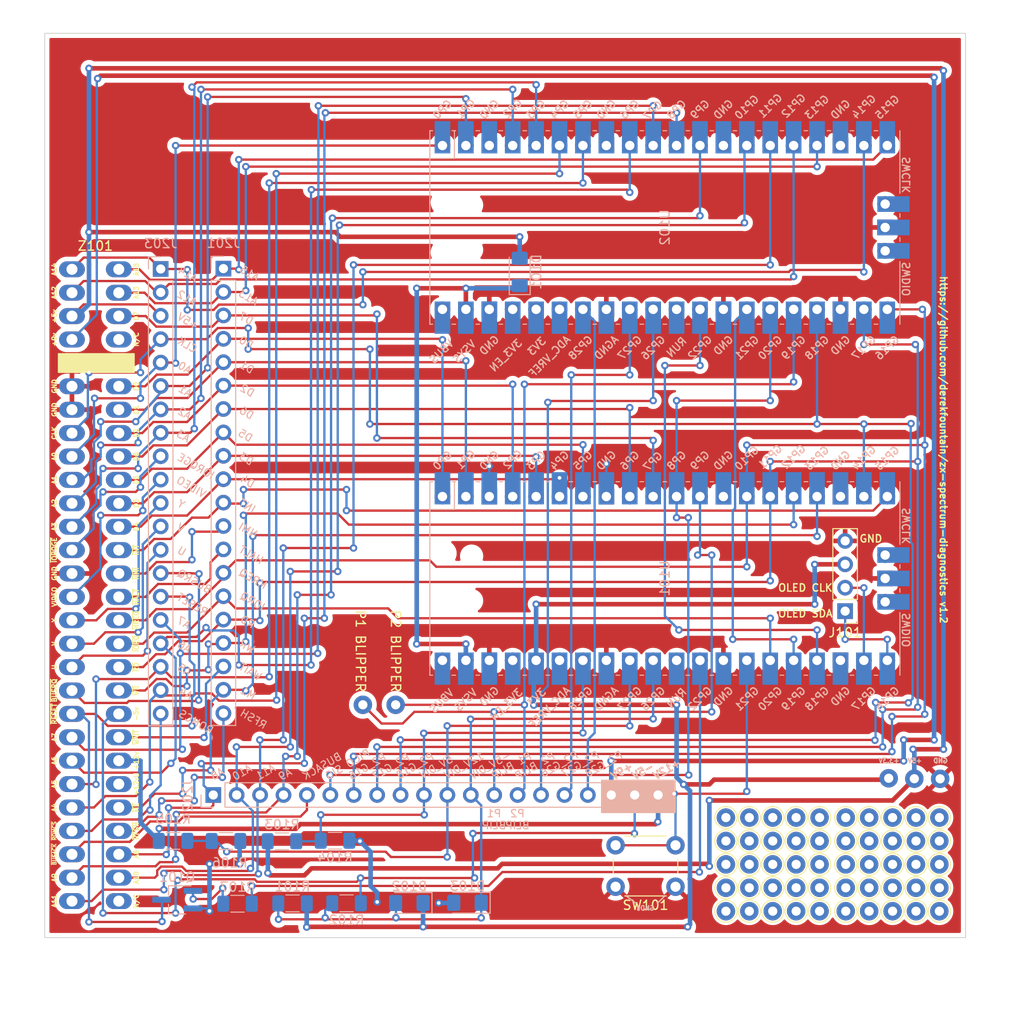
<source format=kicad_pcb>
(kicad_pcb (version 20211014) (generator pcbnew)
  (title_block (title "ZX Spectrum Diagnostics") (date "2024-03-12") (rev "1.2"))
  (layers (0 "F.Cu" signal) (31 "B.Cu" signal) (34 "B.Paste" user) (35 "F.Paste" user) (36 "B.SilkS" user "B.Silkscreen") (37 "F.SilkS" user "F.Silkscreen") (38 "B.Mask" user) (39 "F.Mask" user) (44 "Edge.Cuts" user))
  (net 0 "")
  (net 1 "PICO_PWR")
  (net 2 "+5V")
  (net 3 "3V3_PICO1")
  (net 4 "MIN5V_DIV")
  (net 5 "GND")
  (net 6 "OLED_SDA")
  (net 7 "OLED_SCK")
  (net 8 "ZXMIN5V")
  (net 9 "5V_DIV")
  (net 10 "12V_DIV")
  (net 11 "ZX12V")
  (net 12 "P2_LINKOUT")
  (net 13 "P2_LINKIN")
  (net 14 "P1_SWDIO")
  (net 15 "P1_SWCLK")
  (net 16 "P2_SWDIO")
  (net 17 "P2_SWCLK")
  (net 18 "PICO_SIGNAL")
  (net 19 "P1_BLIPPER")
  (net 20 "P2_BLIPPER")
  (net 25 "P2_GPIO26")
  (net 26 "P2_GPIO27")
  (net 27 "P2_GPIO28")
  (net 30 "3V3_PICO2")
  (net 33 "ZXVIDEO")
  (net 34 "ZXY")
  (net 35 "ZXV")
  (net 36 "ZXU")
  (net 37 "ZXBUSRQ")
  (net 38 "ZXRESET")
  (net 39 "ZXA7")
  (net 40 "ZXA6")
  (net 41 "ZXA5")
  (net 42 "ZXA4")
  (net 43 "ZXROMCS")
  (net 44 "ZXBUSACK")
  (net 45 "ZXA9")
  (net 46 "ZXA11")
  (net 47 "ZXIORQGE")
  (net 48 "ZXA3")
  (net 49 "ZXA2")
  (net 50 "ZXA1")
  (net 51 "ZXA0")
  (net 52 "ZXCLK")
  (net 53 "ZX9V")
  (net 54 "ZXA12")
  (net 55 "ZXA14")
  (net 56 "ZXA15")
  (net 57 "ZXA13")
  (net 58 "ZXD7")
  (net 59 "ZXD0")
  (net 60 "ZXD1")
  (net 61 "ZXD2")
  (net 62 "ZXD6")
  (net 63 "ZXD5")
  (net 64 "ZXD3")
  (net 65 "ZXD4")
  (net 66 "ZXINT")
  (net 67 "ZXA10")
  (net 68 "ZXA8")
  (net 69 "ZXRFSH")
  (net 70 "ZXM1")
  (net 71 "ZX12VAC")
  (net 72 "ZXWAIT")
  (net 73 "ZXWR")
  (net 74 "ZXRD")
  (net 75 "ZXIORQ")
  (net 76 "ZXMREQ")
  (net 77 "ZXHALT")
  (net 78 "ZXNMI")
  (net 79 "Net-(Q101-Pad1)")
  (net 80 "PICO_RESET_Z80")
  (net 81 "INPUT1")
  (footprint "TestPoint:TestPoint_THTPad_D2.0mm_Drill1.0mm" (layer "F.Cu") (at 166.69 148.64)
    (fp_text reference "REF**17" hide)
    (fp_text value "TestPoint_THTPad_D2.0mm_Drill1.0mm" hide)
  )
  (footprint "TestPoint:TestPoint_THTPad_D2.0mm_Drill1.0mm" (layer "F.Cu") (at 148.61 151.18)
    (fp_text reference "REF**20" hide)
    (fp_text value "TestPoint_THTPad_D2.0mm_Drill1.0mm" hide)
  )
  (footprint "" (layer "F.Cu") (at 109.22 128.778)
    (fp_text reference "")
    (fp_text value "")
  )
  (footprint "TestPoint:TestPoint_THTPad_D2.0mm_Drill1.0mm" (layer "F.Cu") (at 158.77 148.64)
    (fp_text reference "REF**19" hide)
    (fp_text value "TestPoint_THTPad_D2.0mm_Drill1.0mm" hide)
  )
  (footprint "TestPoint:TestPoint_THTPad_D2.0mm_Drill1.0mm" (layer "F.Cu") (at 148.61 141.02)
    (fp_text reference "REF**" hide)
    (fp_text value "TestPoint_THTPad_D2.0mm_Drill1.0mm" hide)
  )
  (footprint "TestPoint:TestPoint_THTPad_D2.0mm_Drill1.0mm" (layer "F.Cu") (at 148.61 146.1)
    (fp_text reference "REF**10" hide)
    (fp_text value "TestPoint_THTPad_D2.0mm_Drill1.0mm" hide)
  )
  (footprint "TestPoint:TestPoint_THTPad_D2.0mm_Drill1.0mm" (layer "F.Cu") (at 151.15 151.18)
    (fp_text reference "REF**21" hide)
    (fp_text value "TestPoint_THTPad_D2.0mm_Drill1.0mm" hide)
  )
  (footprint "TestPoint:TestPoint_THTPad_D2.0mm_Drill1.0mm" (layer "F.Cu") (at 153.69 148.64)
    (fp_text reference "REF**17" hide)
    (fp_text value "TestPoint_THTPad_D2.0mm_Drill1.0mm" hide)
  )
  (footprint "TestPoint:TestPoint_THTPad_D2.0mm_Drill1.0mm" (layer "F.Cu") (at 151.15 141.02)
    (fp_text reference "REF**1" hide)
    (fp_text value "TestPoint_THTPad_D2.0mm_Drill1.0mm" hide)
  )
  (footprint "TestPoint:TestPoint_THTPad_D2.0mm_Drill1.0mm" (layer "F.Cu") (at 169.23 141.02)
    (fp_text reference "REF**3" hide)
    (fp_text value "TestPoint_THTPad_D2.0mm_Drill1.0mm" hide)
  )
  (footprint "TestPoint:TestPoint_THTPad_D2.0mm_Drill1.0mm" (layer "F.Cu") (at 169.23 143.56)
    (fp_text reference "REF**8" hide)
    (fp_text value "TestPoint_THTPad_D2.0mm_Drill1.0mm" hide)
  )
  (footprint "TestPoint:TestPoint_THTPad_D2.0mm_Drill1.0mm" (layer "F.Cu") (at 164.15 151.18)
    (fp_text reference "REF**21" hide)
    (fp_text value "TestPoint_THTPad_D2.0mm_Drill1.0mm" hide)
  )
  (footprint "TestPoint:TestPoint_THTPad_D2.0mm_Drill1.0mm" (layer "F.Cu") (at 164.15 146.1)
    (fp_text reference "REF**11" hide)
    (fp_text value "TestPoint_THTPad_D2.0mm_Drill1.0mm" hide)
  )
  (footprint "TestPoint:TestPoint_THTPad_D2.0mm_Drill1.0mm" (layer "F.Cu") (at 158.77 143.56)
    (fp_text reference "REF**9" hide)
    (fp_text value "TestPoint_THTPad_D2.0mm_Drill1.0mm" hide)
  )
  (footprint "TestPoint:TestPoint_THTPad_D2.0mm_Drill1.0mm" (layer "F.Cu") (at 164.15 143.56)
    (fp_text reference "REF**6" hide)
    (fp_text value "TestPoint_THTPad_D2.0mm_Drill1.0mm" hide)
  )
  (footprint "TestPoint:TestPoint_THTPad_D2.0mm_Drill1.0mm" (layer "F.Cu") (at 156.23 148.64)
    (fp_text reference "REF**18" hide)
    (fp_text value "TestPoint_THTPad_D2.0mm_Drill1.0mm" hide)
  )
  (footprint "TestPoint:TestPoint_THTPad_D2.0mm_Drill1.0mm" (layer "F.Cu") (at 158.77 151.18)
    (fp_text reference "REF**24" hide)
    (fp_text value "TestPoint_THTPad_D2.0mm_Drill1.0mm" hide)
  )
  (footprint "TestPoint:TestPoint_THTPad_D2.0mm_Drill1.0mm" (layer "F.Cu") (at 166.69 146.1)
    (fp_text reference "REF**12" hide)
    (fp_text value "TestPoint_THTPad_D2.0mm_Drill1.0mm" hide)
  )
  (footprint "TestPoint:TestPoint_THTPad_D2.0mm_Drill1.0mm" (layer "F.Cu") (at 161.61 141.02)
    (fp_text reference "REF**" hide)
    (fp_text value "TestPoint_THTPad_D2.0mm_Drill1.0mm" hide)
  )
  (footprint "" (layer "F.Cu") (at 166.27 136.75)
    (fp_text reference "")
    (fp_text value "")
  )
  (footprint "TestPoint:TestPoint_THTPad_D2.0mm_Drill1.0mm" (layer "F.Cu") (at 156.23 146.1)
    (fp_text reference "REF**13" hide)
    (fp_text value "TestPoint_THTPad_D2.0mm_Drill1.0mm" hide)
  )
  (footprint "TestPoint:TestPoint_THTPad_D2.0mm_Drill1.0mm" (layer "F.Cu") (at 171.77 151.18)
    (fp_text reference "REF**24" hide)
    (fp_text value "TestPoint_THTPad_D2.0mm_Drill1.0mm" hide)
  )
  (footprint "TestPoint:TestPoint_THTPad_D2.0mm_Drill1.0mm" (layer "F.Cu") (at 156.23 141.02)
    (fp_text reference "REF**3" hide)
    (fp_text value "TestPoint_THTPad_D2.0mm_Drill1.0mm" hide)
  )
  (footprint "TestPoint:TestPoint_THTPad_D2.0mm_Drill1.0mm" (layer "F.Cu") (at 166.69 151.18)
    (fp_text reference "REF**22" hide)
    (fp_text value "TestPoint_THTPad_D2.0mm_Drill1.0mm" hide)
  )
  (footprint "TestPoint:TestPoint_THTPad_D2.0mm_Drill1.0mm" (layer "F.Cu") (at 169.23 146.1)
    (fp_text reference "REF**13" hide)
    (fp_text value "TestPoint_THTPad_D2.0mm_Drill1.0mm" hide)
  )
  (footprint "" (layer "F.Cu") (at 171.85 136.81)
    (fp_text reference "")
    (fp_text value "")
  )
  (footprint "TestPoint:TestPoint_THTPad_D2.0mm_Drill1.0mm" (layer "F.Cu") (at 166.69 141.02)
    (fp_text reference "REF**2" hide)
    (fp_text value "TestPoint_THTPad_D2.0mm_Drill1.0mm" hide)
  )
  (footprint "Connector_PinHeader_2.54mm:PinHeader_1x04_P2.54mm_Vertical" (layer "F.Cu") (at 161.544 118.608 180)
    (fp_text reference "J101")
    (fp_text value "Conn_01x04")
  )
  (footprint "Button_Switch_THT:SW_PUSH_6mm_H4.3mm" (layer "F.Cu") (at 143.138 148.524 180)
    (fp_text reference "SW101")
    (fp_text value "SW_SPST")
  )
  (footprint "zxedge:Spectrum_Edge_Connector" (layer "F.Cu") (at 80.198 114.524 -90)
    (fp_text reference "Z101")
    (fp_text value "ZX48Bus")
  )
  (footprint "TestPoint:TestPoint_THTPad_D2.0mm_Drill1.0mm" (layer "F.Cu") (at 161.61 148.64)
    (fp_text reference "REF**15" hide)
    (fp_text value "TestPoint_THTPad_D2.0mm_Drill1.0mm" hide)
  )
  (footprint "TestPoint:TestPoint_THTPad_D2.0mm_Drill1.0mm" (layer "F.Cu") (at 148.61 143.56)
    (fp_text reference "REF**5" hide)
    (fp_text value "TestPoint_THTPad_D2.0mm_Drill1.0mm" hide)
  )
  (footprint "" (layer "F.Cu") (at 169.05 136.8)
    (fp_text reference "")
    (fp_text value "")
  )
  (footprint "TestPoint:TestPoint_THTPad_D2.0mm_Drill1.0mm" (layer "F.Cu") (at 153.69 141.02)
    (fp_text reference "REF**2" hide)
    (fp_text value "TestPoint_THTPad_D2.0mm_Drill1.0mm" hide)
  )
  (footprint "TestPoint:TestPoint_THTPad_D2.0mm_Drill1.0mm" (layer "F.Cu") (at 151.15 143.56)
    (fp_text reference "REF**6" hide)
    (fp_text value "TestPoint_THTPad_D2.0mm_Drill1.0mm" hide)
  )
  (footprint "TestPoint:TestPoint_THTPad_D2.0mm_Drill1.0mm" (layer "F.Cu") (at 151.15 146.1)
    (fp_text reference "REF**11" hide)
    (fp_text value "TestPoint_THTPad_D2.0mm_Drill1.0mm" hide)
  )
  (footprint "TestPoint:TestPoint_THTPad_D2.0mm_Drill1.0mm" (layer "F.Cu") (at 171.77 146.1)
    (fp_text reference "REF**14" hide)
    (fp_text value "TestPoint_THTPad_D2.0mm_Drill1.0mm" hide)
  )
  (footprint "TestPoint:TestPoint_THTPad_D2.0mm_Drill1.0mm" (layer "F.Cu") (at 164.15 141.02)
    (fp_text reference "REF**1" hide)
    (fp_text value "TestPoint_THTPad_D2.0mm_Drill1.0mm" hide)
  )
  (footprint "TestPoint:TestPoint_THTPad_D2.0mm_Drill1.0mm" (layer "F.Cu") (at 164.15 148.64)
    (fp_text reference "REF**16" hide)
    (fp_text value "TestPoint_THTPad_D2.0mm_Drill1.0mm" hide)
  )
  (footprint "TestPoint:TestPoint_THTPad_D2.0mm_Drill1.0mm" (layer "F.Cu") (at 161.61 146.1)
    (fp_text reference "REF**10" hide)
    (fp_text value "TestPoint_THTPad_D2.0mm_Drill1.0mm" hide)
  )
  (footprint "TestPoint:TestPoint_THTPad_D2.0mm_Drill1.0mm" (layer "F.Cu") (at 158.77 141.02)
    (fp_text reference "REF**4" hide)
    (fp_text value "TestPoint_THTPad_D2.0mm_Drill1.0mm" hide)
  )
  (footprint "TestPoint:TestPoint_THTPad_D2.0mm_Drill1.0mm" (layer "F.Cu") (at 161.61 151.18)
    (fp_text reference "REF**20" hide)
    (fp_text value "TestPoint_THTPad_D2.0mm_Drill1.0mm" hide)
  )
  (footprint "TestPoint:TestPoint_THTPad_D2.0mm_Drill1.0mm" (layer "F.Cu") (at 151.15 148.64)
    (fp_text reference "REF**16" hide)
    (fp_text value "TestPoint_THTPad_D2.0mm_Drill1.0mm" hide)
  )
  (footprint "TestPoint:TestPoint_THTPad_D2.0mm_Drill1.0mm" (layer "F.Cu") (at 148.61 148.64)
    (fp_text reference "REF**15" hide)
    (fp_text value "TestPoint_THTPad_D2.0mm_Drill1.0mm" hide)
  )
  (footprint "TestPoint:TestPoint_THTPad_D2.0mm_Drill1.0mm" (layer "F.Cu") (at 158.77 146.1)
    (fp_text reference "REF**14" hide)
    (fp_text value "TestPoint_THTPad_D2.0mm_Drill1.0mm" hide)
  )
  (footprint "TestPoint:TestPoint_THTPad_D2.0mm_Drill1.0mm" (layer "F.Cu") (at 166.69 143.56)
    (fp_text reference "REF**7" hide)
    (fp_text value "TestPoint_THTPad_D2.0mm_Drill1.0mm" hide)
  )
  (footprint "TestPoint:TestPoint_THTPad_D2.0mm_Drill1.0mm" (layer "F.Cu") (at 171.77 143.56)
    (fp_text reference "REF**9" hide)
    (fp_text value "TestPoint_THTPad_D2.0mm_Drill1.0mm" hide)
  )
  (footprint "TestPoint:TestPoint_THTPad_D2.0mm_Drill1.0mm" (layer "F.Cu") (at 153.69 146.1)
    (fp_text reference "REF**12" hide)
    (fp_text value "TestPoint_THTPad_D2.0mm_Drill1.0mm" hide)
  )
  (footprint "TestPoint:TestPoint_THTPad_D2.0mm_Drill1.0mm" (layer "F.Cu") (at 171.77 148.64)
    (fp_text reference "REF**19" hide)
    (fp_text value "TestPoint_THTPad_D2.0mm_Drill1.0mm" hide)
  )
  (footprint "TestPoint:TestPoint_THTPad_D2.0mm_Drill1.0mm" (layer "F.Cu") (at 153.69 143.56)
    (fp_text reference "REF**7" hide)
    (fp_text value "TestPoint_THTPad_D2.0mm_Drill1.0mm" hide)
  )
  (footprint "TestPoint:TestPoint_THTPad_D2.0mm_Drill1.0mm" (layer "F.Cu") (at 169.23 151.18)
    (fp_text reference "REF**23" hide)
    (fp_text value "TestPoint_THTPad_D2.0mm_Drill1.0mm" hide)
  )
  (footprint "TestPoint:TestPoint_THTPad_D2.0mm_Drill1.0mm" (layer "F.Cu") (at 156.23 151.18)
    (fp_text reference "REF**23" hide)
    (fp_text value "TestPoint_THTPad_D2.0mm_Drill1.0mm" hide)
  )
  (footprint "TestPoint:TestPoint_THTPad_D2.0mm_Drill1.0mm" (layer "F.Cu") (at 153.69 151.18)
    (fp_text reference "REF**22" hide)
    (fp_text value "TestPoint_THTPad_D2.0mm_Drill1.0mm" hide)
  )
  (footprint "TestPoint:TestPoint_THTPad_D2.0mm_Drill1.0mm" (layer "F.Cu") (at 171.77 141.02)
    (fp_text reference "REF**4" hide)
    (fp_text value "TestPoint_THTPad_D2.0mm_Drill1.0mm" hide)
  )
  (footprint "TestPoint:TestPoint_THTPad_D2.0mm_Drill1.0mm" (layer "F.Cu") (at 161.61 143.56)
    (fp_text reference "REF**5" hide)
    (fp_text value "TestPoint_THTPad_D2.0mm_Drill1.0mm" hide)
  )
  (footprint "TestPoint:TestPoint_THTPad_D2.0mm_Drill1.0mm" (layer "F.Cu") (at 156.23 143.56)
    (fp_text reference "REF**8" hide)
    (fp_text value "TestPoint_THTPad_D2.0mm_Drill1.0mm" hide)
  )
  (footprint "" (layer "F.Cu") (at 112.776 128.778)
    (fp_text reference "")
    (fp_text value "")
  )
  (footprint "TestPoint:TestPoint_THTPad_D2.0mm_Drill1.0mm" (layer "F.Cu") (at 169.23 148.64)
    (fp_text reference "REF**18" hide)
    (fp_text value "TestPoint_THTPad_D2.0mm_Drill1.0mm" hide)
  )
  (footprint "Connector_PinSocket_2.54mm:PinSocket_1x20_P2.54mm_Vertical" (layer "B.Cu") (at 87.285 81.47 180)
    (fp_text reference "J203")
    (fp_text value "Conn_01x20_Female")
  )
  (footprint "Resistor_SMD:R_1206_3216Metric_Pad1.30x1.75mm_HandSolder" (layer "B.Cu") (at 94.37 143.56)
    (fp_text reference "R106")
    (fp_text value "1K5")
  )
  (footprint "Resistor_SMD:R_1206_3216Metric_Pad1.30x1.75mm_HandSolder" (layer "B.Cu") (at 101.59 150.33 180)
    (fp_text reference "R101")
    (fp_text value "390R")
  )
  (footprint "Connector_PinSocket_2.54mm:PinSocket_1x20_P2.54mm_Vertical" (layer "B.Cu") (at 92.99 138.565 -90)
    (fp_text reference "J202")
    (fp_text value "Conn_01x20_Female")
  )
  (footprint "Package_TO_SOT_SMD:TSOT-23_HandSoldering" (layer "B.Cu") (at 89.08 149.93 180)
    (fp_text reference "Q101")
    (fp_text value "PMBT2222A")
  )
  (footprint "Diode_SMD:D_1206_3216Metric_Pad1.42x1.75mm_HandSolder" (layer "B.Cu") (at 114.26 150.29 180)
    (fp_text reference "D102")
    (fp_text value "D_Schottky")
  )
  (footprint "Resistor_SMD:R_1206_3216Metric_Pad1.30x1.75mm_HandSolder" (layer "B.Cu") (at 107.45 150.32)
    (fp_text reference "R102")
    (fp_text value "1K5")
  )
  (footprint "Resistor_SMD:R_1206_3216Metric_Pad1.30x1.75mm_HandSolder" (layer "B.Cu") (at 100.44 143.59 180)
    (fp_text reference "R103")
    (fp_text value "1K5")
  )
  (footprint "Resistor_SMD:R_1206_3216Metric_Pad1.30x1.75mm_HandSolder" (layer "B.Cu") (at 95.62 150.37 180)
    (fp_text reference "R107")
    (fp_text value "1K")
  )
  (footprint "Diode_SMD:D_1206_3216Metric_Pad1.42x1.75mm_HandSolder" (layer "B.Cu") (at 126.238 81.788 90)
    (fp_text reference "D101")
    (fp_text value "D_Schottky")
  )
  (footprint "Pico:RPi_Pico_SMD_TH" (layer "B.Cu") (at 141.986 76.962 -90)
    (fp_text reference "U102")
    (fp_text value "Pico")
  )
  (footprint "Diode_SMD:D_1206_3216Metric_Pad1.42x1.75mm_HandSolder" (layer "B.Cu") (at 120.57 150.27 180)
    (fp_text reference "D103")
    (fp_text value "D_Schottky")
  )
  (footprint "Pico:RPi_Pico_SMD_TH" (layer "B.Cu") (at 141.986 115.062 -90)
    (fp_text reference "U101")
    (fp_text value "Pico")
  )
  (footprint "Resistor_SMD:R_1206_3216Metric_Pad1.30x1.75mm_HandSolder" (layer "B.Cu") (at 106.2 143.53)
    (fp_text reference "R104")
    (fp_text value "1K5")
  )
  (footprint "Resistor_SMD:R_1206_3216Metric_Pad1.30x1.75mm_HandSolder" (layer "B.Cu") (at 88.63 143.55 180)
    (fp_text reference "R105")
    (fp_text value "5K6")
  )
  (footprint "Connector_PinSocket_2.54mm:PinSocket_1x20_P2.54mm_Vertical" (layer "B.Cu") (at 94.09 81.43 180)
    (fp_text reference "J201")
    (fp_text value "Conn_01x20_Female")
  )
  (gr_line (start 141.158 150.338) (end 141.92 149.576) (layer "B.SilkS") (width 0.15))
  (gr_rect (start 143.088 136.981) (end 135.128 140.462) (layer "B.SilkS") (width 0.15) (fill solid))
  (gr_line (start 138.872 150.338) (end 137.856 149.576) (layer "B.SilkS") (width 0.15))
  (gr_rect (start 76.2 90.678) (end 84.396 92.68) (layer "F.SilkS") (width 0.15) (fill solid))
  (gr_rect locked (start 74.7 55.886) (end 174.61 154.05) (layer "Edge.Cuts") (width 0.1) (fill none))
  (gr_text "A9" (at 100.08 136.72 30) (layer "B.SilkS") (effects (font (size 0.8 0.8) (thickness 0.125)) (justify right mirror)))
  (gr_text "RESET" (at 89.098 116.96 330) (layer "B.SilkS") (effects (font (size 0.8 0.8) (thickness 0.125)) (justify right mirror)))
  (gr_text "A2" (at 89.168 96.75 330) (layer "B.SilkS") (effects (font (size 0.8 0.8) (thickness 0.125)) (justify right mirror)))
  (gr_text "-5V_DIV" (at 120.838 136.622 30) (layer "B.SilkS") (effects (font (size 0.8 0.8) (thickness 0.125)) (justify right mirror)))
  (gr_text "P2_G18" (at 112.88 136.57 30) (layer "B.SilkS") (effects (font (size 0.8 0.8) (thickness 0.125)) (justify right mirror)))
  (gr_text "CLK" (at 89.118 89.11 330) (layer "B.SilkS") (effects (font (size 0.8 0.8) (thickness 0.125)) (justify right mirror)))
  (gr_text "INT" (at 95.816 106.71 330) (layer "B.SilkS") (effects (font (size 0.8 0.8) (thickness 0.125)) (justify right mirror)))
  (gr_text "PICO SIG" (at 105.2 136.62 30) (layer "B.SilkS") (effects (font (size 0.8 0.8) (thickness 0.125)) (justify right mirror)))
  (gr_text "+12V" (at 140.716 136.652 30) (layer "B.SilkS") (effects (font (size 0.8 0.8) (thickness 0.2)) (justify right mirror)))
  (gr_text "P2_G28" (at 133.35 136.398 30) (layer "B.SilkS") (effects (font (size 0.8 0.8) (thickness 0.125)) (justify right mirror)))
  (gr_text "BUSRQ" (at 89.128 114.33 330) (layer "B.SilkS") (effects (font (size 0.8 0.8) (thickness 0.125)) (justify right mirror)))
  (gr_text "D0" (at 95.806 89.03 330) (layer "B.SilkS") (effects (font (size 0.8 0.8) (thickness 0.125)) (justify right mirror)))
  (gr_text "D7" (at 95.806 86.43 330) (layer "B.SilkS") (effects (font (size 0.8 0.8) (thickness 0.125)) (justify right mirror)))
  (gr_text "HALT" (at 95.826 111.78 330) (layer "B.SilkS") (effects (font (size 0.8 0.8) (thickness 0.125)) (justify right mirror)))
  (gr_text "P2\nBLIP" (at 125.984 141.224) (layer "B.SilkS") (effects (font (size 0.8 0.8) (thickness 0.125)) (justify mirror)))
  (gr_text "A12" (at 89.078 84.04 330) (layer "B.SilkS") (effects (font (size 0.8 0.8) (thickness 0.125)) (justify right mirror)))
  (gr_text "-5V" (at 138.43 136.652 30) (layer "B.SilkS") (effects (font (size 0.8 0.8) (thickness 0.2)) (justify right mirror)))
  (gr_text "12V_DIV" (at 118.09 136.58 30) (layer "B.SilkS") (effects (font (size 0.8 0.8) (thickness 0.125)) (justify right mirror)))
  (gr_text "NMI" (at 95.766 109.28 330) (layer "B.SilkS") (effects (font (size 0.8 0.8) (thickness 0.125)) (justify right mirror)))
  (gr_text "A7" (at 89.088 119.46 330) (layer "B.SilkS") (effects (font (size 0.8 0.8) (thickness 0.125)) (justify right mirror)))
  (gr_text "IORQ" (at 95.946 116.81 330) (layer "B.SilkS") (effects (font (size 0.8 0.8) (thickness 0.125)) (justify right mirror)))
  (gr_text "GND" (at 171.892 134.844) (layer "B.SilkS") (effects (font (size 0.5 0.5) (thickness 0.125)) (justify mirror)))
  (gr_text "ROMCS" (at 89.258 129.59 330) (layer "B.SilkS") (effects (font (size 0.8 0.8) (thickness 0.125)) (justify right mirror)))
  (gr_text "P2_G27" (at 130.81 136.398 30) (layer "B.SilkS") (effects (font (size 0.8 0.8) (thickness 0.125)) (justify right mirror)))
  (gr_text "RD" (at 95.946 119.35 330) (layer "B.SilkS") (effects (font (size 0.8 0.8) (thickness 0.125)) (justify right mirror)))
  (gr_text "+9V" (at 136.144 136.652 30) (layer "B.SilkS") (effects (font (size 0.8 0.8) (thickness 0.2)) (justify right mirror)))
  (gr_text "IORQGE" (at 89.138 101.75 330) (layer "B.SilkS") (effects (font (size 0.8 0.8) (thickness 0.125)) (justify right mirror)))
  (gr_text "A8" (at 92.74 136.68 30) (layer "B.SilkS") (effects (font (size 0.8 0.8) (thickness 0.125)) (justify right mirror)))
  (gr_text "P2_G17" (at 110.26 136.66 30) (layer "B.SilkS") (effects (font (size 0.8 0.8) (thickness 0.125)) (justify right mirror)))
  (gr_text "V" (at 89.078 109.36 330) (layer "B.SilkS") (effects (font (size 0.8 0.8) (thickness 0.125)) (justify right mirror)))
  (gr_text "A4" (at 89.298 127.13 330) (layer "B.SilkS") (effects (font (size 0.8 0.8) (thickness 0.125)) (justify right mirror)))
  (gr_text "P2_G26" (at 128.524 136.398 30) (layer "B.SilkS") (effects (font (size 0.8 0.8) (thickness 0.125)) (justify right mirror)))
  (gr_text "WR" (at 95.836 121.99 330) (layer "B.SilkS") (effects (font (size 0.8 0.8) (thickness 0.125)) (justify right mirror)))
  (gr_text "P1 BLIP" (at 123.19 136.652 30) (layer "B.SilkS") (effects (font (size 0.8 0.8) (thickness 0.125)) (justify right mirror)))
  (gr_text "P2_G16" (at 107.7 136.64 30) (layer "B.SilkS") (effects (font (size 0.8 0.8) (thickness 0.125)) (justify right mirror)))
  (gr_text "A14" (at 89.198 81.43 330) (layer "B.SilkS") (effects (font (size 0.8 0.8) (thickness 0.125)) (justify right mirror)))
  (gr_text "GNDs" (at 139.888 150.846) (layer "B.SilkS") (effects (font (size 0.5 0.5) (thickness 0.125)) (justify mirror)))
  (gr_text "A15" (at 95.886 81.35 330) (layer "B.SilkS") (effects (font (size 0.8 0.8) (thickness 0.125)) (justify right mirror)))
  (gr_text "+3.3V" (at 166.304 134.844) (layer "B.SilkS") (effects (font (size 0.5 0.5) (thickness 0.125)) (justify mirror)))
  (gr_text "A10" (at 95.08 136.71 30) (layer "B.SilkS") (effects (font (size 0.8 0.8) (thickness 0.125)) (justify right mirror)))
  (gr_text "D4" (at 95.946 104.11 330) (layer "B.SilkS") (effects (font (size 0.8 0.8) (thickness 0.125)) (justify right mirror)))
  (gr_text "A5" (at 89.138 124.57 330) (layer "B.SilkS") (effects (font (size 0.8 0.8) (thickness 0.125)) (justify right mirror)))
  (gr_text "GND" (at 171.892 134.844) (layer "B.SilkS") (effects (font (size 0.5 0.5) (thickness 0.125)) (justify mirror)))
  (gr_text "+5V" (at 89.118 86.51 330) (layer "B.SilkS") (effects (font (size 0.8 0.8) (thickness 0.125)) (justify right mirror)))
  (gr_text "P1\nBLIP" (at 123.444 141.224) (layer "B.SilkS") (effects (font (size 0.8 0.8) (thickness 0.125)) (justify mirror)))
  (gr_text "GND" (at 171.892 134.844) (layer "B.SilkS") (effects (font (size 0.5 0.5) (thickness 0.125)) (justify mirror)))
  (gr_text "D6" (at 95.856 96.67 330) (layer "B.SilkS") (effects (font (size 0.8 0.8) (thickness 0.125)) (justify right mirror)))
  (gr_text "D5" (at 95.726 99.12 330) (layer "B.SilkS") (effects (font (size 0.8 0.8) (thickness 0.125)) (justify right mirror)))
  (gr_text "A6" (at 89.148 122.07 330) (layer "B.SilkS") (effects (font (size 0.8 0.8) (thickness 0.125)) (justify right mirror)))
  (gr_text "D2" (at 95.926 94.23 330) (layer "B.SilkS") (effects (font (size 0.8 0.8) (thickness 0.125)) (justify right mirror)))
  (gr_text "RFSH" (at 95.946 129.51 330) (layer "B.SilkS") (effects (font (size 0.8 0.8) (thickness 0.125)) (justify right mirror)))
  (gr_text "D3" (at 95.826 101.67 330) (layer "B.SilkS") (effects (font (size 0.8 0.8) (thickness 0.125)) (justify right mirror)))
  (gr_text "U" (at 89.138 111.86 330) (layer "B.SilkS") (effects (font (size 0.8 0.8) (thickness 0.125)) (justify right mirror)))
  (gr_text "WAIT" (at 95.826 124.49 330) (layer "B.SilkS") (effects (font (size 0.8 0.8) (thickness 0.125)) (justify right mirror)))
  (gr_text "BUSACK" (at 102.68 136.66 30) (layer "B.SilkS") (effects (font (size 0.8 0.8) (thickness 0.125)) (justify right mirror)))
  (gr_text "D1" (at 95.876 91.71 330) (layer "B.SilkS") (effects (font (size 0.8 0.8) (thickness 0.125)) (justify right mirror)))
  (gr_text "VIDEO" (at 89.038 104.24 330) (layer "B.SilkS") (effects (font (size 0.8 0.8) (thickness 0.125)) (justify right mirror)))
  (gr_text "A13" (at 95.766 83.96 330) (layer "B.SilkS") (effects (font (size 0.8 0.8) (thickness 0.125)) (justify right mirror)))
  (gr_text "P2 BLIP" (at 125.73 136.652 30) (layer "B.SilkS") (effects (font (size 0.8 0.8) (thickness 0.125)) (justify right mirror)))
  (gr_text "A3" (at 89.038 99.2 330) (layer "B.SilkS") (effects (font (size 0.8 0.8) (thickness 0.125)) (justify right mirror)))
  (gr_text "+5V" (at 169.098 134.844) (layer "B.SilkS") (effects (font (size 0.5 0.5) (thickness 0.125)) (justify mirror)))
  (gr_text "A0" (at 89.188 91.79 330) (layer "B.SilkS") (effects (font (size 0.8 0.8) (thickness 0.125)) (justify right mirror)))
  (gr_text "MREQ" (at 95.816 114.25 330) (layer "B.SilkS") (effects (font (size 0.8 0.8) (thickness 0.125)) (justify right mirror)))
  (gr_text "M1" (at 95.986 127.05 330) (layer "B.SilkS") (effects (font (size 0.8 0.8) (thickness 0.125)) (justify right mirror)))
  (gr_text "5V_DIV" (at 115.42 136.57 30) (layer "B.SilkS") (effects (font (size 0.8 0.8) (thickness 0.125)) (justify right mirror)))
  (gr_text "A11" (at 97.64 136.67 30) (layer "B.SilkS") (effects (font (size 0.8 0.8) (thickness 0.125)) (justify right mirror)))
  (gr_text "Y" (at 89.128 106.79 330) (layer "B.SilkS") (effects (font (size 0.8 0.8) (thickness 0.125)) (justify right mirror)))
  (gr_text "A1" (at 89.238 94.31 330) (layer "B.SilkS") (effects (font (size 0.8 0.8) (thickness 0.125)) (justify right mirror)))
  (gr_text "GND" (at 164.338 110.744) (layer "F.SilkS") (effects (font (size 0.8 0.8))))
  (gr_text "https://github.com/derekfountain/zx-spectrum-diagnostics v1.2" (at 172.212 101.092 270) (layer "F.SilkS") (effects (font (size 0.75 0.75))))
  (gr_text "OLED SDA" (at 157.226 118.872) (layer "F.SilkS") (effects (font (size 0.8 0.8))))
  (gr_text "P2 BLIPPER" (at 112.776 122.936 -90) (layer "F.SilkS") (effects (font (size 1 1))))
  (gr_text "OLED CLK" (at 157.226 116.078) (layer "F.SilkS") (effects (font (size 0.8 0.8))))
  (gr_text "P1 BLIPPER" (at 108.966 122.936 -90) (layer "F.SilkS") (effects (font (size 1 1))))
  (segment (start 115.062 122.174) (end 120.396 122.174) (width 0.5) (layer "F.Cu") (net 1))
  (segment (start 120.396 85.852) (end 120.396 83.566) (width 0.5) (layer "F.Cu") (net 1))
  (segment (start 120.396 83.566) (end 115.062 83.566) (width 0.5) (layer "F.Cu") (net 1))
  (via (at 115.062 83.566) (size 0.8) (drill 0.4) (layers "F.Cu" "B.Cu") (net 1))
  (via (at 120.396 83.566) (size 0.8) (drill 0.4) (layers "F.Cu" "B.Cu") (net 1))
  (via (at 120.396 122.174) (size 0.8) (drill 0.4) (layers "F.Cu" "B.Cu") (net 1))
  (via (at 115.062 122.174) (size 0.8) (drill 0.4) (layers "F.Cu" "B.Cu") (net 1))
  (segment (start 120.396 122.174) (end 120.396 123.952) (width 0.5) (layer "B.Cu") (net 1))
  (segment (start 120.396 83.566) (end 125.9475 83.566) (width 0.5) (layer "B.Cu") (net 1))
  (segment (start 115.062 83.566) (end 115.062 122.174) (width 0.5) (layer "B.Cu") (net 1))
  (segment (start 103.14 147.036) (end 102.886 147.29) (width 0.5) (layer "F.Cu") (net 2))
  (segment (start 123.852 146.528) (end 124.34 146.04) (width 0.5) (layer "F.Cu") (net 2))
  (segment (start 172.212 133.604) (end 168.91 133.604) (width 0.5) (layer "F.Cu") (net 2))
  (segment (start 146.812 139.1545) (end 146.8195 139.162) (width 0.5) (layer "F.Cu") (net 2))
  (segment (start 146.8195 139.162) (end 166.688 139.162) (width 0.5) (layer "F.Cu") (net 2))
  (segment (start 106.747918 77.978) (end 126.238 77.978) (width 0.5) (layer "F.Cu") (net 2))
  (segment (start 79.502 59.69) (end 171.958 59.69) (width 0.5) (layer "F.Cu") (net 2))
  (segment (start 171.958 59.69) (end 172.212 59.944) (width 0.5) (layer "F.Cu") (net 2))
  (segment (start 79.502 77.47) (end 106.239918 77.47) (width 0.5) (layer "F.Cu") (net 2))
  (segment (start 77.658 86.584) (end 78.928 85.314) (width 0.25) (layer "F.Cu") (net 2))
  (segment (start 166.688 139.162) (end 169.05 136.8) (width 0.5) (layer "F.Cu") (net 2))
  (segment (start 99.164 147.29) (end 98.91 147.036) (width 0.5) (layer "F.Cu") (net 2))
  (segment (start 146.548 146.04) (end 146.812 146.304) (width 0.5) (layer "F.Cu") (net 2))
  (segment (start 78.928 85.314) (end 86.049 85.314) (width 0.25) (layer "F.Cu") (net 2))
  (segment (start 103.14 147.036) (end 103.648 146.528) (width 0.5) (layer "F.Cu") (net 2))
  (segment (start 106.239918 77.47) (end 106.747918 77.978) (width 0.5) (layer "F.Cu") (net 2))
  (segment (start 102.886 147.29) (end 99.164 147.29) (width 0.5) (layer "F.Cu") (net 2))
  (segment (start 86.049 85.314) (end 87.285 86.55) (width 0.25) (layer "F.Cu") (net 2))
  (segment (start 124.34 146.04) (end 146.548 146.04) (width 0.5) (layer "F.Cu") (net 2))
  (segment (start 103.648 146.528) (end 123.852 146.528) (width 0.5) (layer "F.Cu") (net 2))
  (via (at 98.91 147.036) (size 0.8) (drill 0.4) (layers "F.Cu" "B.Cu") (net 2))
  (via (at 126.238 77.978) (size 0.8) (drill 0.4) (layers "F.Cu" "B.Cu") (net 2))
  (via (at 172.212 59.944) (size 0.8) (drill 0.4) (layers "F.Cu" "B.Cu") (net 2))
  (via (at 168.91 133.604) (size 0.8) (drill 0.4) (layers "F.Cu" "B.Cu") (net 2))
  (via (at 146.812 139.1545) (size 0.8) (drill 0.4) (layers "F.Cu" "B.Cu") (net 2))
  (via (at 79.502 77.47) (size 0.8) (drill 0.4) (layers "F.Cu" "B.Cu") (net 2))
  (via (at 79.502 59.69) (size 0.8) (drill 0.4) (layers "F.Cu" "B.Cu") (net 2))
  (via (at 172.212 133.604) (size 0.8) (drill 0.4) (layers "F.Cu" "B.Cu") (net 2))
  (via (at 146.812 146.304) (size 0.8) (drill 0.4) (layers "F.Cu" "B.Cu") (net 2))
  (segment (start 79.502 77.47) (end 79.502 80.953889) (width 0.5) (layer "B.Cu") (net 2))
  (segment (start 79.508 80.959889) (end 79.508 85.302) (width 0.5) (layer "B.Cu") (net 2))
  (segment (start 79.502 80.953889) (end 79.508 80.959889) (width 0.5) (layer "B.Cu") (net 2))
  (segment (start 169.05 133.744) (end 169.05 136.8) (width 0.5) (layer "B.Cu") (net 2))
  (segment (start 98.91 143.61) (end 98.91 147.036) (width 0.5) (layer "B.Cu") (net 2))
  (segment (start 146.812 146.304) (end 146.812 139.1545) (width 0.5) (layer "B.Cu") (net 2))
  (segment (start 168.91 133.604) (end 169.05 133.744) (width 0.25) (layer "B.Cu") (net 2))
  (segment (start 172.212 59.944) (end 172.212 133.604) (width 0.5) (layer "B.Cu") (net 2))
  (segment (start 79.508 85.302) (end 78.42 86.39) (width 0.5) (layer "B.Cu") (net 2))
  (segment (start 79.502 59.69) (end 79.502 77.47) (width 0.5) (layer "B.Cu") (net 2))
  (segment (start 126.238 77.978) (end 126.238 80.3005) (width 0.5) (layer "B.Cu") (net 2))
  (segment (start 158.242 113.538) (end 158.252 113.528) (width 0.5) (layer "F.Cu") (net 3))
  (segment (start 158.252 113.528) (end 161.544 113.528) (width 0.5) (layer "F.Cu") (net 3))
  (segment (start 127.7995 128.778) (end 127.762 128.8155) (width 0.25) (layer "F.Cu") (net 3))
  (segment (start 147.32 136.906) (end 166.114 136.906) (width 0.5) (layer "F.Cu") (net 3))
  (segment (start 115.758 152.878) (end 103.154 152.878) (width 0.5) (layer "F.Cu") (net 3))
  (segment (start 128.016 117.856) (end 158.242 117.856) (width 0.5) (layer "F.Cu") (net 3))
  (segment (start 144.018 137.414) (end 146.812 137.414) (width 0.5) (layer "F.Cu") (net 3))
  (segment (start 115.758 152.878) (end 144.46 152.878) (width 0.5) (layer "F.Cu") (net 3))
  (segment (start 143.256 128.778) (end 127.7995 128.778) (width 0.5) (layer "F.Cu") (net 3))
  (segment (start 103.154 152.878) (end 103.124 152.908) (width 0.25) (layer "F.Cu") (net 3))
  (segment (start 146.812 137.414) (end 147.32 136.906) (width 0.5) (layer "F.Cu") (net 3))
  (via (at 144.018 137.414) (size 0.8) (drill 0.4) (layers "F.Cu" "B.Cu") (net 3))
  (via (at 127.762 128.8155) (size 0.8) (drill 0.4) (layers "F.Cu" "B.Cu") (net 3))
  (via (at 158.242 113.538) (size 0.8) (drill 0.4) (layers "F.Cu" "B.Cu") (net 3))
  (via (at 128.016 117.856) (size 0.8) (drill 0.4) (layers "F.Cu" "B.Cu") (net 3))
  (via (at 143.256 128.778) (size 0.8) (drill 0.4) (layers "F.Cu" "B.Cu") (net 3))
  (via (at 115.758 152.878) (size 0.8) (drill 0.4) (layers "F.Cu" "B.Cu") (net 3))
  (via (at 103.124 152.908) (size 0.8) (drill 0.4) (layers "F.Cu" "B.Cu") (net 3))
  (via (at 144.46 152.878) (size 0.8) (drill 0.4) (layers "F.Cu" "B.Cu") (net 3))
  (via (at 158.242 117.856) (size 0.8) (drill 0.4) (layers "F.Cu" "B.Cu") (net 3))
  (segment (start 144.018 137.414) (end 143.256 136.652) (width 0.5) (layer "B.Cu") (net 3))
  (segment (start 143.256 136.652) (end 143.256 128.778) (width 0.5) (layer "B.Cu") (net 3))
  (segment (start 158.242 117.856) (end 158.242 113.792) (width 0.5) (layer "B.Cu") (net 3))
  (segment (start 115.7475 152.8675) (end 115.758 152.878) (width 0.25) (layer "B.Cu") (net 3))
  (segment (start 127.762 128.8155) (end 127.762 124.206) (width 0.5) (layer "B.Cu") (net 3))
  (segment (start 128.016 123.952) (end 128.016 117.856) (width 0.5) (layer "B.Cu") (net 3))
  (segment (start 144.714 138.11) (end 144.714 152.624) (width 0.5) (layer "B.Cu") (net 3))
  (segment (start 144.018 137.414) (end 144.714 138.11) (width 0.5) (layer "B.Cu") (net 3))
  (segment (start 144.714 152.624) (end 144.485 152.853) (width 0.5) (layer "B.Cu") (net 3))
  (segment (start 144.46 152.878) (end 144.485 152.853) (width 0.25) (layer "B.Cu") (net 3))
  (segment (start 103.124 150.346) (end 103.14 150.33) (width 0.25) (layer "B.Cu") (net 3))
  (segment (start 115.7475 150.29) (end 115.7475 152.8675) (width 0.5) (layer "B.Cu") (net 3))
  (segment (start 158.242 113.792) (end 157.988 113.538) (width 0.25) (layer "B.Cu") (net 3))
  (segment (start 103.124 152.908) (end 103.124 150.346) (width 0.5) (layer "B.Cu") (net 3))
  (segment (start 120.9415 130.302) (end 140.716 130.302) (width 0.25) (layer "F.Cu") (net 4))
  (segment (start 120.904 130.3395) (end 120.9415 130.302) (width 0.25) (layer "F.Cu") (net 4))
  (segment (start 112.81 152.06) (end 121.91 152.06) (width 0.25) (layer "F.Cu") (net 4))
  (segment (start 121.91 152.06) (end 122.06 151.91) (width 0.25) (layer "F.Cu") (net 4))
  (segment (start 100.07 152.06) (end 105.13 152.06) (width 0.25) (layer "F.Cu") (net 4))
  (segment (start 105.13 152.06) (end 112.81 152.06) (width 0.25) (layer "F.Cu") (net 4))
  (via (at 120.904 130.3395) (size 0.8) (drill 0.4) (layers "F.Cu" "B.Cu") (net 4))
  (via (at 122.06 151.91) (size 0.8) (drill 0.4) (layers "F.Cu" "B.Cu") (net 4))
  (via (at 112.81 151.892) (size 0.8) (drill 0.4) (layers "F.Cu" "B.Cu") (net 4))
  (via (at 140.716 130.302) (size 0.8) (drill 0.4) (layers "F.Cu" "B.Cu") (net 4))
  (via (at 105.13 151.892) (size 0.8) (drill 0.4) (layers "F.Cu" "B.Cu") (net 4))
  (via (at 100.07 152.06) (size 0.8) (drill 0.4) (layers "F.Cu" "B.Cu") (net 4))
  (segment (start 120.93 130.3655) (end 120.904 130.3395) (width 0.25) (layer "B.Cu") (net 4))
  (segment (start 122.0575 139.6925) (end 120.93 138.565) (width 0.25) (layer "B.Cu") (net 4))
  (segment (start 105.13 151.09) (end 105.9 150.32) (width 0.25) (layer "B.Cu") (net 4))
  (segment (start 122.06 151.91) (end 122.06 150.2725) (width 0.25) (layer "B.Cu") (net 4))
  (segment (start 122.0575 150.27) (end 122.0575 139.6925) (width 0.25) (layer "B.Cu") (net 4))
  (segment (start 100.04 152.03) (end 100.07 152.06) (width 0.25) (layer "B.Cu") (net 4))
  (segment (start 100.04 150.33) (end 100.04 152.03) (width 0.25) (layer "B.Cu") (net 4))
  (segment (start 112.81 152.06) (end 112.81 150.3275) (width 0.25) (layer "B.Cu") (net 4))
  (segment (start 105.13 152.06) (end 105.13 151.09) (width 0.25) (layer "B.Cu") (net 4))
  (segment (start 120.93 138.565) (end 120.93 130.3655) (width 0.25) (layer "B.Cu") (net 4))
  (segment (start 140.716 130.302) (end 140.716 123.952) (width 0.25) (layer "B.Cu") (net 4))
  (segment (start 95.85 146.05) (end 92.58 146.05) (width 0.5) (layer "F.Cu") (net 5))
  (via (at 108.903 143.573) (size 0.8) (drill 0.4) (layers "F.Cu" "B.Cu") (net 5))
  (via (at 117.45 150.29) (size 0.8) (drill 0.4) (layers "F.Cu" "B.Cu") (net 5))
  (via (at 92.58 146.05) (size 0.8) (drill 0.4) (layers "F.Cu" "B.Cu") (net 5))
  (via (at 95.85 146.05) (size 0.8) (drill 0.4) (layers "F.Cu" "B.Cu") (net 5))
  (via (at 92.58 151.16) (size 0.8) (drill 0.4) (layers "F.Cu" "B.Cu") (net 5))
  (via (at 122.936 102.87) (size 0.8) (drill 0.4) (layers "F.Cu" "B.Cu") (net 5))
  (via (at 110.77 150.18) (size 0.8) (drill 0.4) (layers "F.Cu" "B.Cu") (net 5))
  (via (at 135.636 102.616) (size 0.8) (drill 0.4) (layers "F.Cu" "B.Cu") (net 5))
  (segment (start 110.06 148.45) (end 110.77 149.16) (width 0.5) (layer "B.Cu") (net 5))
  (segment (start 122.936 106.172) (end 122.936 102.87) (width 0.25) (layer "B.Cu") (net 5))
  (segment (start 135.636 106.172) (end 135.636 102.616) (width 0.25) (layer "B.Cu") (net 5))
  (segment (start 95.85 146.05) (end 95.85 143.63) (width 0.5) (layer "B.Cu") (net 5))
  (segment (start 107.75 143.53) (end 108.86 143.53) (width 0.5) (layer "B.Cu") (net 5))
  (segment (start 92.3 150.88) (end 92.58 151.16) (width 0.25) (layer "B.Cu") (net 5))
  (segment (start 92.58 151.16) (end 92.58 146.05) (width 0.5) (layer "B.Cu") (net 5))
  (segment (start 108.86 143.53) (end 108.903 143.573) (width 0.5) (layer "B.Cu") (net 5))
  (segment (start 117.45 150.29) (end 119.0625 150.29) (width 0.5) (layer "B.Cu") (net 5))
  (segment (start 110.77 149.16) (end 110.77 150.18) (width 0.5) (layer "B.Cu") (net 5))
  (segment (start 90.79 150.88) (end 92.3 150.88) (width 0.25) (layer "B.Cu") (net 5))
  (segment (start 110.06 144.73) (end 110.06 148.45) (width 0.5) (layer "B.Cu") (net 5))
  (segment (start 108.903 143.573) (end 110.06 144.73) (width 0.5) (layer "B.Cu") (net 5))
  (segment (start 166.116 121.666) (end 161.544 121.666) (width 0.25) (layer "F.Cu") (net 6))
  (via (at 166.116 121.666) (size 0.8) (drill 0.4) (layers "F.Cu" "B.Cu") (net 6))
  (via (at 161.544 121.666) (size 0.8) (drill 0.4) (layers "F.Cu" "B.Cu") (net 6))
  (segment (start 161.544 121.666) (end 161.544 118.608) (width 0.25) (layer "B.Cu") (net 6))
  (segment (start 166.116 123.952) (end 166.116 121.666) (width 0.25) (layer "B.Cu") (net 6))
  (segment (start 163.576 116.078) (end 161.554 116.078) (width 0.25) (layer "F.Cu") (net 7))
  (via (at 163.576 116.078) (size 0.8) (drill 0.4) (layers "F.Cu" "B.Cu") (net 7))
  (segment (start 163.576 123.952) (end 163.576 116.078) (width 0.25) (layer "B.Cu") (net 7))
  (segment (start 81.2675 151.384) (end 88.9 151.384) (width 0.25) (layer "F.Cu") (net 8))
  (segment (start 108.56 147.99) (end 108.97 147.58) (width 0.25) (layer "F.Cu") (net 8))
  (segment (start 121.327 147.58) (end 121.333 147.574) (width 0.25) (layer "F.Cu") (net 8))
  (segment (start 121.158 142.748) (end 121.207 142.699) (width 0.25) (layer "F.Cu") (net 8))
  (segment (start 108.97 147.58) (end 121.327 147.58) (width 0.25) (layer "F.Cu") (net 8))
  (segment (start 97.470305 147.715) (end 97.745305 147.99) (width 0.25) (layer "F.Cu") (net 8))
  (segment (start 97.745305 147.99) (end 108.56 147.99) (width 0.25) (layer "F.Cu") (net 8))
  (segment (start 89.305 147.715) (end 97.470305 147.715) (width 0.25) (layer "F.Cu") (net 8))
  (segment (start 138.635 142.699) (end 138.684 142.748) (width 0.25) (layer "F.Cu") (net 8))
  (segment (start 121.207 142.699) (end 138.635 142.699) (width 0.25) (layer "F.Cu") (net 8))
  (via (at 121.333 147.574) (size 0.8) (drill 0.4) (layers "F.Cu" "B.Cu") (net 8))
  (via (at 88.9 151.384) (size 0.8) (drill 0.4) (layers "F.Cu" "B.Cu") (net 8))
  (via (at 89.11 147.828) (size 0.8) (drill 0.4) (layers "F.Cu" "B.Cu") (net 8))
  (via (at 81.026 151.384) (size 0.8) (drill 0.4) (layers "F.Cu" "B.Cu") (net 8))
  (via (at 108.97 147.58) (size 0.8) (drill 0.4) (layers "F.Cu" "B.Cu") (net 8))
  (via (at 138.684 142.748) (size 0.8) (drill 0.4) (layers "F.Cu" "B.Cu") (net 8))
  (via (at 121.158 142.748) (size 0.8) (drill 0.4) (layers "F.Cu" "B.Cu") (net 8))
  (segment (start 88.9 151.384) (end 88.9 148.038) (width 0.25) (layer "B.Cu") (net 8))
  (segment (start 138.684 142.748) (end 138.71 142.722) (width 0.25) (layer "B.Cu") (net 8))
  (segment (start 81.013 130.823) (end 81.013 151.6125) (width 0.25) (layer "B.Cu") (net 8))
  (segment (start 108.97 147.58) (end 108.97 150.29) (width 0.25) (layer "B.Cu") (net 8))
  (segment (start 81.026 130.81) (end 81.013 130.823) (width 0.25) (layer "B.Cu") (net 8))
  (segment (start 121.333 147.574) (end 121.158 147.399) (width 0.25) (layer "B.Cu") (net 8))
  (segment (start 82.072 129.764) (end 81.026 130.81) (width 0.25) (layer "B.Cu") (net 8))
  (segment (start 88.9 148.038) (end 89.11 147.828) (width 0.25) (layer "B.Cu") (net 8))
  (segment (start 138.71 142.722) (end 138.71 138.565) (width 0.25) (layer "B.Cu") (net 8))
  (segment (start 121.158 147.399) (end 121.158 142.748) (width 0.25) (layer "B.Cu") (net 8))
  (segment (start 115.8615 131.826) (end 133.096 131.826) (width 0.25) (layer "F.Cu") (net 9))
  (segment (start 115.824 131.8635) (end 115.8615 131.826) (width 0.25) (layer "F.Cu") (net 9))
  (segment (start 115.88 140.716) (end 104.648 140.716) (width 0.25) (layer "F.Cu") (net 9))
  (via (at 133.096 131.826) (size 0.8) (drill 0.4) (layers "F.Cu" "B.Cu") (net 9))
  (via (at 104.648 140.716) (size 0.8) (drill 0.4) (layers "F.Cu" "B.Cu") (net 9))
  (via (at 115.88 140.716) (size 0.8) (drill 0.4) (layers "F.Cu" "B.Cu") (net 9))
  (via (at 115.824 131.8635) (size 0.8) (drill 0.4) (layers "F.Cu" "B.Cu") (net 9))
  (segment (start 101.99 143.59) (end 104.59 143.59) (width 0.25) (layer "B.Cu") (net 9))
  (segment (start 115.88 140.716) (end 115.85 140.686) (width 0.25) (layer "B.Cu") (net 9))
  (segment (start 115.85 131.8895) (end 115.824 131.8635) (width 0.25) (layer "B.Cu") (net 9))
  (segment (start 133.096 131.826) (end 133.096 123.952) (width 0.25) (layer "B.Cu") (net 9))
  (segment (start 115.85 140.686) (end 115.85 138.565) (width 0.25) (layer "B.Cu") (net 9))
  (segment (start 104.65 143.53) (end 104.648 140.716) (width 0.25) (layer "B.Cu") (net 9))
  (segment (start 115.85 138.565) (end 115.85 131.8895) (width 0.25) (layer "B.Cu") (net 9))
  (segment (start 111.69 144.72) (end 112.27 145.3) (width 0.25) (layer "F.Cu") (net 10))
  (segment (start 118.364 131.064) (end 138.176 131.064) (width 0.25) (layer "F.Cu") (net 10))
  (segment (start 112.27 145.3) (end 118.364 145.3) (width 0.25) (layer "F.Cu") (net 10))
  (segment (start 94.44 144.72) (end 111.69 144.72) (width 0.25) (layer "F.Cu") (net 10))
  (via (at 118.364 145.3) (size 0.8) (drill 0.4) (layers "F.Cu" "B.Cu") (net 10))
  (via (at 138.176 131.064) (size 0.8) (drill 0.4) (layers "F.Cu" "B.Cu") (net 10))
  (via (at 118.364 131.064) (size 0.8) (drill 0.4) (layers "F.Cu" "B.Cu") (net 10))
  (via (at 94.44 144.72) (size 0.8) (drill 0.4) (layers "F.Cu" "B.Cu") (net 10))
  (segment (start 118.39 138.565) (end 118.39 131.09) (width 0.25) (layer "B.Cu") (net 10))
  (segment (start 118.364 145.3) (end 118.39 145.274) (width 0.25) (layer "B.Cu") (net 10))
  (segment (start 93.28 143.56) (end 94.44 144.72) (width 0.25) (layer "B.Cu") (net 10))
  (segment (start 118.39 131.09) (end 118.364 131.064) (width 0.25) (layer "B.Cu") (net 10))
  (segment (start 90.18 143.55) (end 92.81 143.55) (width 0.25) (layer "B.Cu") (net 10))
  (segment (start 118.39 145.274) (end 118.39 138.565) (width 0.25) (layer "B.Cu") (net 10))
  (segment (start 138.176 131.064) (end 138.176 123.952) (width 0.25) (layer "B.Cu") (net 10))
  (segment (start 87.3385 142.24) (end 101.931173 142.24) (width 0.5) (layer "F.Cu") (net 11))
  (segment (start 101.931173 142.24) (end 102.439173 141.732) (width 0.5) (layer "F.Cu") (net 11))
  (segment (start 102.439173 141.732) (end 140.97 141.732) (width 0.5) (layer "F.Cu") (net 11))
  (segment (start 140.97 141.732) (end 141.224 141.478) (width 0.5) (layer "F.Cu") (net 11))
  (via (at 87.122 142.2025) (size 0.8) (drill 0.4) (layers "F.Cu" "B.Cu") (net 11))
  (via (at 141.224 141.478) (size 0.8) (drill 0.4) (layers "F.Cu" "B.Cu") (net 11))
  (segment (start 85.09 141.56) (end 87.08 143.55) (width 0.5) (layer "B.Cu") (net 11))
  (segment (start 85.09 134.844) (end 82.738 134.844) (width 0.5) (layer "B.Cu") (net 11))
  (segment (start 87.08 143.55) (end 87.08 142.2445) (width 0.25) (layer "B.Cu") (net 11))
  (segment (start 141.224 141.478) (end 141.25 141.452) (width 0.25) (layer "B.Cu") (net 11))
  (segment (start 85.09 134.844) (end 85.09 141.56) (width 0.5) (layer "B.Cu") (net 11))
  (segment (start 141.25 141.452) (end 141.25 138.565) (width 0.5) (layer "B.Cu") (net 11))
  (segment (start 87.08 142.2445) (end 87.122 142.2025) (width 0.25) (layer "B.Cu") (net 11))
  (segment (start 158.496 120.65) (end 143.51 120.65) (width 0.25) (layer "F.Cu") (net 12))
  (segment (start 141.986 91.948) (end 145.796 91.948) (width 0.25) (layer "F.Cu") (net 12))
  (via (at 145.796 91.948) (size 0.8) (drill 0.4) (layers "F.Cu" "B.Cu") (net 12))
  (via (at 158.496 120.65) (size 0.8) (drill 0.4) (layers "F.Cu" "B.Cu") (net 12))
  (via (at 141.986 91.948) (size 0.8) (drill 0.4) (layers "F.Cu" "B.Cu") (net 12))
  (via (at 143.51 120.65) (size 0.8) (drill 0.4) (layers "F.Cu" "B.Cu") (net 12))
  (segment (start 145.796 91.948) (end 145.796 85.852) (width 0.25) (layer "B.Cu") (net 12))
  (segment (start 141.986 119.126) (end 141.986 91.948) (width 0.25) (layer "B.Cu") (net 12))
  (segment (start 158.496 123.952) (end 158.496 120.65) (width 0.25) (layer "B.Cu") (net 12))
  (segment (start 143.51 120.65) (end 141.986 119.126) (width 0.25) (layer "B.Cu") (net 12))
  (segment (start 155.956 121.666) (end 149.352 121.666) (width 0.25) (layer "F.Cu") (net 13))
  (via (at 149.352 121.666) (size 0.8) (drill 0.4) (layers "F.Cu" "B.Cu") (net 13))
  (via (at 155.956 121.666) (size 0.8) (drill 0.4) (layers "F.Cu" "B.Cu") (net 13))
  (segment (start 155.956 123.952) (end 155.956 121.666) (width 0.25) (layer "B.Cu") (net 13))
  (segment (start 149.352 121.666) (end 149.352 107.696) (width 0.25) (layer "B.Cu") (net 13))
  (segment (start 149.606 107.442) (end 149.606 87.122) (width 0.25) (layer "B.Cu") (net 13))
  (segment (start 149.606 87.122) (end 150.876 85.852) (width 0.25) (layer "B.Cu") (net 13))
  (segment (start 149.352 107.696) (end 149.606 107.442) (width 0.25) (layer "B.Cu") (net 13))
  (segment (start 144.573397 136.398) (end 105.664 136.398) (width 0.25) (layer "F.Cu") (net 18))
  (segment (start 143.256 95.758) (end 153.416 95.758) (width 0.25) (layer "F.Cu") (net 18))
  (segment (start 144.526 108.458) (end 143.256 108.458) (width 0.25) (layer "F.Cu") (net 18))
  (via (at 105.664 136.398) (size 0.8) (drill 0.4) (layers "F.Cu" "B.Cu") (net 18))
  (via (at 143.256 95.758) (size 0.8) (drill 0.4) (layers "F.Cu" "B.Cu") (net 18))
  (via (at 143.256 108.458) (size 0.8) (drill 0.4) (layers "F.Cu" "B.Cu") (net 18))
  (via (at 144.573397 136.398) (size 0.8) (drill 0.4) (layers "F.Cu" "B.Cu") (net 18))
  (via (at 153.416 95.758) (size 0.8) (drill 0.4) (layers "F.Cu" "B.Cu") (net 18))
  (via (at 144.526 108.458) (size 0.8) (drill 0.4) (layers "F.Cu" "B.Cu") (net 18))
  (segment (start 144.526 136.350603) (end 144.526 108.458) (width 0.25) (layer "B.Cu") (net 18))
  (segment (start 143.256 106.172) (end 143.256 95.758) (width 0.25) (layer "B.Cu") (net 18))
  (segment (start 144.573397 136.398) (end 144.526 136.350603) (width 0.25) (layer "B.Cu") (net 18))
  (segment (start 143.256 108.458) (end 143.256 106.172) (width 0.25) (layer "B.Cu") (net 18))
  (segment (start 153.416 95.758) (end 153.416 85.852) (width 0.25) (layer "B.Cu") (net 18))
  (segment (start 105.69 138.565) (end 105.69 136.424) (width 0.25) (layer "B.Cu") (net 18))
  (segment (start 105.69 136.424) (end 105.664 136.398) (width 0.25) (layer "B.Cu") (net 18))
  (segment (start 114.808 129.54) (end 113.538 130.81) (width 0.25) (layer "F.Cu") (net 19))
  (segment (start 113.538 130.81) (end 111.252 130.81) (width 0.25) (layer "F.Cu") (net 19))
  (segment (start 111.252 130.81) (end 109.22 128.778) (width 0.25) (layer "F.Cu") (net 19))
  (segment (start 123.444 129.54) (end 147.066 129.54) (width 0.25) (layer "F.Cu") (net 19))
  (segment (start 123.444 129.54) (end 114.808 129.54) (width 0.25) (layer "F.Cu") (net 19))
  (segment (start 147.066 112.522) (end 145.542 112.522) (width 0.25) (layer "F.Cu") (net 19))
  (via (at 123.444 129.54) (size 0.8) (drill 0.4) (layers "F.Cu" "B.Cu") (net 19))
  (via (at 147.066 112.522) (size 0.8) (drill 0.4) (layers "F.Cu" "B.Cu") (net 19))
  (via (at 145.542 112.522) (size 0.8) (drill 0.4) (layers "F.Cu" "B.Cu") (net 19))
  (via (at 147.066 129.54) (size 0.8) (drill 0.4) (layers "F.Cu" "B.Cu") (net 19))
  (segment (start 145.542 112.522) (end 145.796 112.268) (width 0.25) (layer "B.Cu") (net 19))
  (segment (start 123.47 129.566) (end 123.444 129.54) (width 0.25) (layer "B.Cu") (net 19))
  (segment (start 147.066 129.54) (end 147.066 112.522) (width 0.25) (layer "B.Cu") (net 19))
  (segment (start 145.796 112.268) (end 145.796 106.172) (width 0.25) (layer "B.Cu") (net 19))
  (segment (start 123.47 138.565) (end 123.47 129.566) (width 0.25) (layer "B.Cu") (net 19))
  (segment (start 155.702 93.98) (end 155.956 93.726) (width 0.25) (layer "F.Cu") (net 20))
  (segment (start 126.746 93.98) (end 155.702 93.98) (width 0.25) (layer "F.Cu") (net 20))
  (segment (start 126.746 128.778) (end 112.776 128.778) (width 0.25) (layer "F.Cu") (net 20))
  (via (at 126.746 93.98) (size 0.8) (drill 0.4) (layers "F.Cu" "B.Cu") (net 20))
  (via (at 155.956 93.726) (size 0.8) (drill 0.4) (layers "F.Cu" "B.Cu") (net 20))
  (via (at 126.746 128.778) (size 0.8) (drill 0.4) (layers "F.Cu" "B.Cu") (net 20))
  (segment (start 126.746 128.778) (end 126.746 93.98) (width 0.25) (layer "B.Cu") (net 20))
  (segment (start 126.746 137.829) (end 126.746 128.778) (width 0.25) (layer "B.Cu") (net 20))
  (segment (start 126.01 138.565) (end 126.746 137.829) (width 0.25) (layer "B.Cu") (net 20))
  (segment (start 155.956 93.726) (end 155.956 85.852) (width 0.25) (layer "B.Cu") (net 20))
  (segment (start 129.4365 95.795) (end 140.679 95.795) (width 0.25) (layer "F.Cu") (net 25))
  (segment (start 129.286 95.9455) (end 129.4365 95.795) (width 0.25) (layer "F.Cu") (net 25))
  (segment (start 140.679 95.795) (end 140.716 95.758) (width 0.25) (layer "F.Cu") (net 25))
  (via (at 129.286 95.9455) (size 0.8) (drill 0.4) (layers "F.Cu" "B.Cu") (net 25))
  (via (at 140.716 95.758) (size 0.8) (drill 0.4) (layers "F.Cu" "B.Cu") (net 25))
  (segment (start 128.55 138.565) (end 128.55 127.482) (width 0.25) (layer "B.Cu") (net 25))
  (segment (start 128.55 127.482) (end 129.286 126.746) (width 0.25) (layer "B.Cu") (net 25))
  (segment (start 140.716 95.758) (end 140.716 85.852) (width 0.25) (layer "B.Cu") (net 25))
  (segment (start 129.286 126.746) (end 129.286 95.9455) (width 0.25) (layer "B.Cu") (net 25))
  (segment (start 131.826 92.964) (end 138.176 92.964) (width 0.25) (layer "F.Cu") (net 26))
  (via (at 131.826 92.964) (size 0.8) (drill 0.4) (layers "F.Cu" "B.Cu") (net 26))
  (via (at 138.176 92.964) (size 0.8) (drill 0.4) (layers "F.Cu" "B.Cu") (net 26))
  (segment (start 131.826 137.829) (end 131.826 92.964) (width 0.25) (layer "B.Cu") (net 26))
  (segment (start 131.09 138.565) (end 131.826 137.829) (width 0.25) (layer "B.Cu") (net 26))
  (segment (start 138.176 92.964) (end 138.176 85.852) (width 0.25) (layer "B.Cu") (net 26))
  (segment (start 133.63 138.565) (end 133.63 132.562) (width 0.25) (layer "B.Cu") (net 27))
  (segment (start 134.366 131.826) (end 134.366 87.122) (width 0.25) (layer "B.Cu") (net 27))
  (segment (start 134.366 87.122) (end 133.096 85.852) (width 0.25) (layer "B.Cu") (net 27))
  (segment (start 133.63 132.562) (end 134.366 131.826) (width 0.25) (layer "B.Cu") (net 27))
  (segment (start 80.772 108.204) (end 84.836 108.204) (width 0.25) (layer "F.Cu") (net 33))
  (segment (start 84.836 108.204) (end 85.344 107.696) (width 0.25) (layer "F.Cu") (net 33))
  (via (at 85.344 107.696) (size 0.8) (drill 0.4) (layers "F.Cu" "B.Cu") (net 33))
  (via (at 80.772 108.204) (size 0.8) (drill 0.4) (layers "F.Cu" "B.Cu") (net 33))
  (segment (start 77.658 117.064) (end 80.738821 113.983179) (width 0.25) (layer "B.Cu") (net 33))
  (segment (start 80.738821 113.983179) (end 80.738821 108.237179) (width 0.25) (layer "B.Cu") (net 33))
  (segment (start 85.344 107.696) (end 85.344 106.271) (width 0.25) (layer "B.Cu") (net 33))
  (segment (start 85.344 106.271) (end 87.285 104.33) (width 0.25) (layer "B.Cu") (net 33))
  (segment (start 80.738821 108.237179) (end 80.772 108.204) (width 0.25) (layer "B.Cu") (net 33))
  (segment (start 84.582 118.364) (end 81.534 118.364) (width 0.25) (layer "F.Cu") (net 34))
  (segment (start 81.534 118.364) (end 80.294 119.604) (width 0.25) (layer "F.Cu") (net 34))
  (segment (start 80.294 119.604) (end 77.658 119.604) (width 0.25) (layer "F.Cu") (net 34))
  (via (at 84.582 118.364) (size 0.8) (drill 0.4) (layers "F.Cu" "B.Cu") (net 34))
  (segment (start 84.894 109.261) (end 87.285 106.87) (width 0.25) (layer "B.Cu") (net 34))
  (segment (start 84.894 118.052) (end 84.894 109.261) (width 0.25) (layer "B.Cu") (net 34))
  (segment (start 84.582 118.364) (end 84.894 118.052) (width 0.25) (layer "B.Cu") (net 34))
  (segment (start 81.28 120.904) (end 84.836 120.904) (width 0.25) (layer "F.Cu") (net 35))
  (segment (start 77.658 122.144) (end 80.04 122.144) (width 0.25) (layer "F.Cu") (net 35))
  (segment (start 80.04 122.144) (end 81.28 120.904) (width 0.25) (layer "F.Cu") (net 35))
  (via (at 84.836 120.904) (size 0.8) (drill 0.4) (layers "F.Cu" "B.Cu") (net 35))
  (segment (start 85.344 111.351) (end 87.285 109.41) (width 0.25) (layer "B.Cu") (net 35))
  (segment (start 84.836 120.904) (end 85.344 120.396) (width 0.25) (layer "B.Cu") (net 35))
  (segment (start 85.344 120.396) (end 85.344 111.351) (width 0.25) (layer "B.Cu") (net 35))
  (segment (start 77.658 124.684) (end 78.898 123.444) (width 0.25) (layer "F.Cu") (net 36))
  (segment (start 85.344 123.444) (end 85.852 122.936) (width 0.25) (layer "F.Cu") (net 36))
  (segment (start 78.898 123.444) (end 85.344 123.444) (width 0.25) (layer "F.Cu") (net 36))
  (via (at 85.852 122.936) (size 0.8) (drill 0.4) (layers "F.Cu" "B.Cu") (net 36))
  (segment (start 85.852 113.383) (end 87.285 111.95) (width 0.25) (layer "B.Cu") (net 36))
  (segment (start 85.852 122.682) (end 85.852 113.383) (width 0.25) (layer "B.Cu") (net 36))
  (segment (start 77.658 127.224) (end 79.0094 128.5754) (width 0.25) (layer "F.Cu") (net 37))
  (segment (start 83.6174 128.5754) (end 83.8278 128.365) (width 0.25) (layer "F.Cu") (net 37))
  (segment (start 91.3075 128.365) (end 91.4025 128.27) (width 0.25) (layer "F.Cu") (net 37))
  (segment (start 90.485402 114.49) (end 87.285 114.49) (width 0.25) (layer "F.Cu") (net 37))
  (segment (start 83.8278 128.365) (end 91.3075 128.365) (width 0.25) (layer "F.Cu") (net 37))
  (segment (start 79.0094 128.5754) (end 83.6174 128.5754) (width 0.25) (layer "F.Cu") (net 37))
  (segment (start 91.438701 114.554) (end 90.485402 114.49) (width 0.25) (layer "F.Cu") (net 37))
  (via (at 91.4025 128.27) (size 0.8) (drill 0.4) (layers "F.Cu" "B.Cu") (net 37))
  (via (at 91.438701 114.554) (size 0.8) (drill 0.4) (layers "F.Cu" "B.Cu") (net 37))
  (segment (start 91.438701 114.554) (end 91.438701 120.893396) (width 0.25) (layer "B.Cu") (net 37))
  (segment (start 91.44 128.2325) (end 91.4025 128.27) (width 0.25) (layer "B.Cu") (net 37))
  (segment (start 91.44 120.904) (end 91.44 128.2325) (width 0.25) (layer "B.Cu") (net 37))
  (segment (start 81.534 131.064) (end 90.678 131.064) (width 0.25) (layer "F.Cu") (net 38))
  (segment (start 90.424 117.094) (end 90.36 117.03) (width 0.25) (layer "F.Cu") (net 38))
  (segment (start 80.234 129.764) (end 81.534 131.064) (width 0.25) (layer "F.Cu") (net 38))
  (segment (start 77.658 129.764) (end 80.234 129.764) (width 0.25) (layer "F.Cu") (net 38))
  (segment (start 79.502 152.35) (end 87.38 152.35) (width 0.25) (layer "F.Cu") (net 38))
  (segment (start 87.38 152.35) (end 87.43 152.3) (width 0.25) (layer "F.Cu") (net 38))
  (segment (start 90.36 117.03) (end 87.285 117.03) (width 0.25) (layer "F.Cu") (net 38))
  (via (at 90.424 117.094) (size 0.8) (drill 0.4) (layers "F.Cu" "B.Cu") (net 38))
  (via (at 79.502 152.35) (size 0.8) (drill 0.4) (layers "F.Cu" "B.Cu") (net 38))
  (via (at 90.678 131.064) (size 0.8) (drill 0.4) (layers "F.Cu" "B.Cu") (net 38))
  (via (at 87.43 152.3) (size 0.8) (drill 0.4) (layers "F.Cu" "B.Cu") (net 38))
  (segment (start 79.502 152.35) (end 79.502 130.652) (width 0.25) (layer "B.Cu") (net 38))
  (segment (start 90.424 123.952) (end 90.932 124.46) (width 0.25) (layer "B.Cu") (net 38))
  (segment (start 87.43 152.3) (end 87.43 149.99) (width 0.25) (layer "B.Cu") (net 38))
  (segment (start 90.932 127.715195) (end 90.6775 127.969695) (width 0.25) (layer "B.Cu") (net 38))
  (segment (start 90.424 117.094) (end 90.424 123.952) (width 0.25) (layer "B.Cu") (net 38))
  (segment (start 90.6775 127.969695) (end 90.6775 131.0635) (width 0.25) (layer "B.Cu") (net 38))
  (segment (start 79.502 130.652) (end 78.42 129.57) (width 0.25) (layer "B.Cu") (net 38))
  (segment (start 90.6775 131.0635) (end 90.678 131.064) (width 0.25) (layer "B.Cu") (net 38))
  (segment (start 90.932 124.46) (end 90.932 127.715195) (width 0.25) (layer "B.Cu") (net 38))
  (segment (start 104.264 123.245) (end 104.319 123.19) (width 0.25) (layer "F.Cu") (net 39))
  (segment (start 89.463 123.245) (end 104.264 123.245) (width 0.25) (layer "F.Cu") (net 39))
  (segment (start 89.408 123.19) (end 89.463 123.245) (width 0.25) (layer "F.Cu") (net 39))
  (segment (start 104.394 63.754) (end 140.716 63.754) (width 0.25) (layer "F.Cu") (net 39))
  (segment (start 79.0094 133.6554) (end 77.658 132.304) (width 0.25) (layer "F.Cu") (net 39))
  (segment (start 89.5831 133.6554) (end 79.0094 133.6554) (width 0.25) (layer "F.Cu") (net 39))
  (segment (start 89.6345 133.604) (end 89.5831 133.6554) (width 0.25) (layer "F.Cu") (net 39))
  (via (at 104.394 63.754) (size 0.8) (drill 0.4) (layers "F.Cu" "B.Cu") (net 39))
  (via (at 140.716 63.754) (size 0.8) (drill 0.4) (layers "F.Cu" "B.Cu") (net 39))
  (via (at 104.319 123.19) (size 0.8) (drill 0.4) (layers "F.Cu" "B.Cu") (net 39))
  (via (at 89.408 123.19) (size 0.8) (drill 0.4) (layers "F.Cu" "B.Cu") (net 39))
  (via (at 89.6345 133.604) (size 0.8) (drill 0.4) (layers "F.Cu" "B.Cu") (net 39))
  (segment (start 104.394 73.914) (end 104.394 63.754) (width 0.25) (layer "B.Cu") (net 39))
  (segment (start 89.408 121.693) (end 89.408 133.3775) (width 0.25) (layer "B.Cu") (net 39))
  (segment (start 140.716 63.754) (end 140.716 68.072) (width 0.25) (layer "B.Cu") (net 39))
  (segment (start 104.319 123.19) (end 104.319 73.989) (width 0.25) (layer "B.Cu") (net 39))
  (segment (start 87.285 119.57) (end 89.408 121.693) (width 0.25) (layer "B.Cu") (net 39))
  (segment (start 89.408 133.3775) (end 89.6345 133.604) (width 0.25) (layer "B.Cu") (net 39))
  (segment (start 104.319 73.989) (end 104.394 73.914) (width 0.25) (layer "B.Cu") (net 39))
  (segment (start 87.376 136.144) (end 78.958 136.144) (width 0.25) (layer "F.Cu") (net 40))
  (segment (start 87.285 122.11) (end 87.983 121.412) (width 0.25) (layer "F.Cu") (net 40))
  (segment (start 88.392 135.128) (end 87.376 136.144) (width 0.25) (layer "F.Cu") (net 40))
  (segment (start 87.983 121.412) (end 91.186 121.412) (width 0.25) (layer "F.Cu") (net 40))
  (segment (start 103.632 72.8605) (end 137.8845 72.8605) (width 0.25) (layer "F.Cu") (net 40))
  (segment (start 91.186 121.412) (end 92.202 120.396) (width 0.25) (layer "F.Cu") (net 40))
  (segment (start 137.8845 72.8605) (end 138.176 73.152) (width 0.25) (layer "F.Cu") (net 40))
  (segment (start 95.758 124.46) (end 103.5945 124.46) (width 0.25) (layer "F.Cu") (net 40))
  (segment (start 78.958 136.144) (end 77.658 134.844) (width 0.25) (layer "F.Cu") (net 40))
  (via (at 103.5945 124.46) (size 0.8) (drill 0.4) (layers "F.Cu" "B.Cu") (net 40))
  (via (at 103.632 72.8605) (size 0.8) (drill 0.4) (layers "F.Cu" "B.Cu") (net 40))
  (via (at 92.202 120.396) (size 0.8) (drill 0.4) (layers "F.Cu" "B.Cu") (net 40))
  (via (at 88.392 135.128) (size 0.8) (drill 0.4) (layers "F.Cu" "B.Cu") (net 40))
  (via (at 138.176 73.152) (size 0.8) (drill 0.4) (layers "F.Cu" "B.Cu") (net 40))
  (via (at 95.758 124.46) (size 0.8) (drill 0.4) (layers "F.Cu" "B.Cu") (net 40))
  (segment (start 88.9 123.725) (end 87.285 122.11) (width 0.25) (layer "B.Cu") (net 40))
  (segment (start 92.511 120.705) (end 95.195 120.705) (width 0.25) (layer "B.Cu") (net 40))
  (segment (start 88.392 135.128) (end 88.9 134.62) (width 0.25) (layer "B.Cu") (net 40))
  (segment (start 95.195 120.705) (end 95.758 121.268) (width 0.25) (layer "B.Cu") (net 40))
  (segment (start 88.9 134.62) (end 88.9 123.725) (width 0.25) (layer "B.Cu") (net 40))
  (segment (start 103.5945 72.898) (end 103.632 72.8605) (width 0.25) (layer "B.Cu") (net 40))
  (segment (start 95.758 123.952) (end 95.758 124.46) (width 0.25) (layer "B.Cu") (net 40))
  (segment (start 138.176 73.152) (end 138.176 68.072) (width 0.25) (layer "B.Cu") (net 40))
  (segment (start 103.5945 124.46) (end 103.5945 72.898) (width 0.25) (layer "B.Cu") (net 40))
  (segment (start 95.758 121.268) (end 95.758 123.952) (width 0.25) (layer "B.Cu") (net 40))
  (segment (start 92.202 120.396) (end 92.511 120.705) (width 0.25) (layer "B.Cu") (net 40))
  (segment (start 87.285 124.65) (end 88.42 125.785) (width 0.25) (layer "F.Cu") (net 41))
  (segment (start 85.951 125.984) (end 87.285 124.65) (width 0.25) (layer "F.Cu") (net 41))
  (segment (start 99.06 72.136) (end 133.096 72.136) (width 0.25) (layer "F.Cu") (net 41))
  (segment (start 99.005 125.785) (end 99.06 125.73) (width 0.25) (layer "F.Cu") (net 41))
  (segment (start 80.234 137.384) (end 80.264 137.414) (width 0.25) (layer "F.Cu") (net 41))
  (segment (start 77.658 137.384) (end 80.234 137.384) (width 0.25) (layer "F.Cu") (net 41))
  (segment (start 80.264 125.984) (end 85.951 125.984) (width 0.25) (layer "F.Cu") (net 41))
  (segment (start 88.42 125.785) (end 99.005 125.785) (width 0.25) (layer "F.Cu") (net 41))
  (via (at 99.06 125.73) (size 0.8) (drill 0.4) (layers "F.Cu" "B.Cu") (net 41))
  (via (at 99.06 72.136) (size 0.8) (drill 0.4) (layers "F.Cu" "B.Cu") (net 41))
  (via (at 133.096 72.136) (size 0.8) (drill 0.4) (layers "F.Cu" "B.Cu") (net 41))
  (via (at 80.264 125.984) (size 0.8) (drill 0.4) (layers "F.Cu" "B.Cu") (net 41))
  (via (at 80.264 137.414) (size 0.8) (drill 0.4) (layers "F.Cu" "B.Cu") (net 41))
  (segment (start 133.096 72.136) (end 133.096 68.072) (width 0.25) (layer "B.Cu") (net 41))
  (segment (start 99.06 125.73) (end 99.06 72.136) (width 0.25) (layer "B.Cu") (net 41))
  (segment (start 80.264 125.984) (end 80.264 137.414) (width 0.25) (layer "B.Cu") (net 41))
  (segment (start 91.102195 127.545) (end 92.823299 127.545) (width 0.25) (layer "F.Cu") (net 42))
  (segment (start 80.04 139.924) (end 81.28 138.684) (width 0.25) (layer "F.Cu") (net 42))
  (segment (start 77.658 139.924) (end 80.04 139.924) (width 0.25) (layer "F.Cu") (net 42))
  (segment (start 99.8045 128.325) (end 99.8595 128.27) (width 0.25) (layer "F.Cu") (net 42))
  (segment (start 87.285 127.19) (end 87.857 127.762) (width 0.25) (layer "F.Cu") (net 42))
  (segment (start 87.857 127.762) (end 90.885195 127.762) (width 0.25) (layer "F.Cu") (net 42))
  (segment (start 84.582 138.684) (end 86.106 137.16) (width 0.25) (layer "F.Cu") (net 42))
  (segment (start 81.28 138.684) (end 84.582 138.684) (width 0.25) (layer "F.Cu") (net 42))
  (segment (start 99.822 71.12) (end 130.556 71.12) (width 0.25) (layer "F.Cu") (net 42))
  (segment (start 93.603299 128.325) (end 99.8045 128.325) (width 0.25) (layer "F.Cu") (net 42))
  (segment (start 90.885195 127.762) (end 91.102195 127.545) (width 0.25) (layer "F.Cu") (net 42))
  (segment (start 92.823299 127.545) (end 93.603299 128.325) (width 0.25) (layer "F.Cu") (net 42))
  (via (at 86.106 137.16) (size 0.8) (drill 0.4) (layers "F.Cu" "B.Cu") (net 42))
  (via (at 99.8595 128.27) (size 0.8) (drill 0.4) (layers "F.Cu" "B.Cu") (net 42))
  (via (at 130.556 71.12) (size 0.8) (drill 0.4) (layers "F.Cu" "B.Cu") (net 42))
  (via (at 99.822 71.12) (size 0.8) (drill 0.4) (layers "F.Cu" "B.Cu") (net 42))
  (segment (start 99.822 128.2325) (end 99.822 71.12) (width 0.25) (layer "B.Cu") (net 42))
  (segment (start 86.106 137.16) (end 86.106 128.369) (width 0.25) (layer "B.Cu") (net 42))
  (segment (start 99.8595 128.27) (end 99.822 128.2325) (width 0.25) (layer "B.Cu") (net 42))
  (segment (start 130.556 71.12) (end 130.556 68.072) (width 0.25) (layer "B.Cu") (net 42))
  (segment (start 86.106 128.369) (end 87.285 127.19) (width 0.25) (layer "B.Cu") (net 42))
  (segment (start 79.786 142.464) (end 77.658 142.464) (width 0.25) (layer "F.Cu") (net 43))
  (segment (start 84.836 141.224) (end 81.026 141.224) (width 0.25) (layer "F.Cu") (net 43))
  (segment (start 85.852 140.208) (end 86.1275 140.208) (width 0.25) (layer "F.Cu") (net 43))
  (segment (start 84.836 141.224) (end 85.852 140.208) (width 0.25) (layer "F.Cu") (net 43))
  (segment (start 81.026 141.224) (end 79.786 142.464) (width 0.25) (layer "F.Cu") (net 43))
  (via (at 86.1275 140.208) (size 0.8) (drill 0.4) (layers "F.Cu" "B.Cu") (net 43))
  (segment (start 87.285 137.505) (end 87.285 129.73) (width 0.25) (layer "B.Cu") (net 43))
  (segment (start 86.1275 138.6625) (end 87.285 137.505) (width 0.25) (layer "B.Cu") (net 43))
  (segment (start 86.1275 140.208) (end 86.1275 138.6625) (width 0.25) (layer "B.Cu") (net 43))
  (segment (start 89.761441 140.912) (end 89.232441 141.441) (width 0.25) (layer "F.Cu") (net 44))
  (segment (start 103.15 138.565) (end 103.15 140.208) (width 0.25) (layer "F.Cu") (net 44))
  (segment (start 79.0094 143.6526) (end 77.658 145.004) (width 0.25) (layer "F.Cu") (net 44))
  (segment (start 83.9314 143.6526) (end 79.0094 143.6526) (width 0.25) (layer "F.Cu") (net 44))
  (segment (start 86.143 141.441) (end 83.9314 143.6526) (width 0.25) (layer "F.Cu") (net 44))
  (segment (start 103.15 140.208) (end 102.446 140.912) (width 0.25) (layer "F.Cu") (net 44))
  (segment (start 102.446 140.912) (end 89.761441 140.912) (width 0.25) (layer "F.Cu") (net 44))
  (segment (start 89.232441 141.441) (end 86.143 141.441) (width 0.25) (layer "F.Cu") (net 44))
  (segment (start 87.180299 145.854) (end 86.730299 146.304) (width 0.25) (layer "F.Cu") (net 45))
  (segment (start 145.542 75.946) (end 145.796 75.692) (width 0.25) (layer "F.Cu") (net 45))
  (segment (start 102.108 116.84) (end 105.768 116.84) (width 0.25) (layer "F.Cu") (net 45))
  (segment (start 100.61 138.565) (end 98.713 140.462) (width 0.25) (layer "F.Cu") (net 45))
  (segment (start 88.9 145.542) (end 88.588 145.854) (width 0.25) (layer "F.Cu") (net 45))
  (segment (start 78.898 146.304) (end 77.658 147.544) (width 0.25) (layer "F.Cu") (net 45))
  (segment (start 89.186136 140.462) (end 88.969636 140.6785) (width 0.25) (layer "F.Cu") (net 45))
  (segment (start 86.730299 146.304) (end 78.898 146.304) (width 0.25) (layer "F.Cu") (net 45))
  (segment (start 105.918 75.946) (end 145.542 75.946) (width 0.25) (layer "F.Cu") (net 45))
  (segment (start 88.588 145.854) (end 87.180299 145.854) (width 0.25) (layer "F.Cu") (net 45))
  (segment (start 102.108 134.366) (end 100.838 134.366) (width 0.25) (layer "F.Cu") (net 45))
  (segment (start 98.713 140.462) (end 89.186136 140.462) (width 0.25) (layer "F.Cu") (net 45))
  (via (at 100.838 134.366) (size 0.8) (drill 0.4) (layers "F.Cu" "B.Cu") (net 45))
  (via (at 102.108 116.84) (size 0.8) (drill 0.4) (layers "F.Cu" "B.Cu") (net 45))
  (via (at 88.9 145.542) (size 0.8) (drill 0.4) (layers "F.Cu" "B.Cu") (net 45))
  (via (at 145.796 75.692) (size 0.8) (drill 0.4) (layers "F.Cu" "B.Cu") (net 45))
  (via (at 105.918 75.946) (size 0.8) (drill 0.4) (layers "F.Cu" "B.Cu") (net 45))
  (via (at 105.768 116.84) (size 0.8) (drill 0.4) (layers "F.Cu" "B.Cu") (net 45))
  (via (at 88.969636 140.6785) (size 0.8) (drill 0.4) (layers "F.Cu" "B.Cu") (net 45))
  (via (at 102.108 134.366) (size 0.8) (drill 0.4) (layers "F.Cu" "B.Cu") (net 45))
  (segment (start 100.61 134.594) (end 100.61 138.565) (width 0.25) (layer "B.Cu") (net 45))
  (segment (start 105.768 116.84) (end 105.768 76.096) (width 0.25) (layer "B.Cu") (net 45))
  (segment (start 145.796 75.692) (end 145.796 68.072) (width 0.25) (layer "B.Cu") (net 45))
  (segment (start 88.9 140.748136) (end 88.9 145.542) (width 0.25) (layer "B.Cu") (net 45))
  (segment (start 105.768 76.096) (end 105.918 75.946) (width 0.25) (layer "B.Cu") (net 45))
  (segment (start 100.838 134.366) (end 100.61 134.594) (width 0.25) (layer "B.Cu") (net 45))
  (segment (start 88.969636 140.6785) (end 88.9 140.748136) (width 0.25) (layer "B.Cu") (net 45))
  (segment (start 102.108 116.84) (end 102.108 134.366) (width 0.25) (layer "B.Cu") (net 45))
  (segment (start 77.658 150.084) (end 79.786 150.084) (width 0.25) (layer "F.Cu") (net 46))
  (segment (start 89.410305 146.795) (end 87.901 146.795) (width 0.25) (layer "F.Cu") (net 46))
  (segment (start 97.890214 147.124596) (end 97.74981 147.265) (width 0.25) (layer "F.Cu") (net 46))
  (segment (start 79.786 150.084) (end 81.026 148.844) (width 0.25) (layer "F.Cu") (net 46))
  (segment (start 108.204 81.026) (end 153.416 81.026) (width 0.25) (layer "F.Cu") (net 46))
  (segment (start 100.584 132.588) (end 98.044 132.588) (width 0.25) (layer "F.Cu") (net 46))
  (segment (start 81.026 148.844) (end 87.63 148.844) (width 0.25) (layer "F.Cu") (net 46))
  (segment (start 97.74981 147.265) (end 89.880305 147.265) (width 0.25) (layer "F.Cu") (net 46))
  (segment (start 87.901 146.795) (end 87.63 147.066) (width 0.25) (layer "F.Cu") (net 46))
  (segment (start 89.880305 147.265) (end 89.410305 146.795) (width 0.25) (layer "F.Cu") (net 46))
  (segment (start 100.584 111.76) (end 108.204 111.76) (width 0.25) (layer "F.Cu") (net 46))
  (via (at 97.890214 147.124596) (size 0.8) (drill 0.4) (layers "F.Cu" "B.Cu") (net 46))
  (via (at 153.416 81.026) (size 0.8) (drill 0.4) (layers "F.Cu" "B.Cu") (net 46))
  (via (at 108.204 111.76) (size 0.8) (drill 0.4) (layers "F.Cu" "B.Cu") (net 46))
  (via (at 108.204 81.026) (size 0.8) (drill 0.4) (layers "F.Cu" "B.Cu") (net 46))
  (via (at 87.63 148.844) (size 0.8) (drill 0.4) (layers "F.Cu" "B.Cu") (net 46))
  (via (at 98.044 132.588) (size 0.8) (drill 0.4) (layers "F.Cu" "B.Cu") (net 46))
  (via (at 87.63 147.066) (size 0.8) (drill 0.4) (layers "F.Cu" "B.Cu") (net 46))
  (via (at 100.584 132.588) (size 0.8) (drill 0.4) (layers "F.Cu" "B.Cu") (net 46))
  (via (at 100.584 111.76) (size 0.8) (drill 0.4) (layers "F.Cu" "B.Cu") (net 46))
  (segment (start 153.416 81.026) (end 153.416 68.072) (width 0.25) (layer "B.Cu") (net 46))
  (segment (start 98.044 132.588) (end 98.07 132.614) (width 0.25) (layer "B.Cu") (net 46))
  (segment (start 97.79 147.024382) (end 97.79 138.845) (width 0.25) (layer "B.Cu") (net 46))
  (segment (start 87.63 148.844) (end 87.63 147.066) (width 0.25) (layer "B.Cu") (net 46))
  (segment (start 97.890214 147.124596) (end 97.79 147.024382) (width 0.25) (layer "B.Cu") (net 46))
  (segment (start 98.07 132.614) (end 98.07 138.565) (width 0.25) (layer "B.Cu") (net 46))
  (segment (start 100.584 111.76) (end 100.584 132.588) (width 0.25) (layer "B.Cu") (net 46))
  (segment (start 108.204 111.76) (end 108.204 81.026) (width 0.25) (layer "B.Cu") (net 46))
  (segment (start 81.026 105.664) (end 84.582 105.664) (width 0.25) (layer "F.Cu") (net 47))
  (segment (start 84.582 105.664) (end 85.09 105.156) (width 0.25) (layer "F.Cu") (net 47))
  (via (at 85.09 105.156) (size 0.8) (drill 0.4) (layers "F.Cu" "B.Cu") (net 47))
  (via (at 81.026 105.664) (size 0.8) (drill 0.4) (layers "F.Cu" "B.Cu") (net 47))
  (segment (start 77.658 111.984) (end 80.01 109.632) (width 0.25) (layer "B.Cu") (net 47))
  (segment (start 85.09 105.156) (end 85.09 103.985) (width 0.25) (layer "B.Cu") (net 47))
  (segment (start 80.01 109.632) (end 80.01 107.840396) (width 0.25) (layer "B.Cu") (net 47))
  (segment (start 80.01 107.840396) (end 80.751 107.099396) (width 0.25) (layer "B.Cu") (net 47))
  (segment (start 80.751 107.099396) (end 80.751 105.939) (width 0.25) (layer "B.Cu") (net 47))
  (segment (start 85.09 103.985) (end 87.285 101.79) (width 0.25) (layer "B.Cu") (net 47))
  (segment (start 80.751 105.939) (end 81.026 105.664) (width 0.25) (layer "B.Cu") (net 47))
  (segment (start 80.772 105.918) (end 81.026 105.664) (width 0.25) (layer "B.Cu") (net 47))
  (segment (start 127.762 61.214) (end 128.016 61.468) (width 0.25) (layer "F.Cu") (net 48))
  (segment (start 91.186 61.214) (end 127.762 61.214) (width 0.25) (layer "F.Cu") (net 48))
  (segment (start 81.026 103.124) (end 84.836 103.124) (width 0.25) (layer "F.Cu") (net 48))
  (segment (start 87.285 99.25) (end 90.485402 99.25) (width 0.25) (layer "F.Cu") (net 48))
  (segment (start 90.485402 99.25) (end 90.930701 98.804701) (width 0.25) (layer "F.Cu") (net 48))
  (segment (start 90.678 61.722) (end 91.186 61.214) (width 0.25) (layer "F.Cu") (net 48))
  (via (at 90.930701 98.804701) (size 0.8) (drill 0.4) (layers "F.Cu" "B.Cu") (net 48))
  (via (at 84.836 103.124) (size 0.8) (drill 0.4) (layers "F.Cu" "B.Cu") (net 48))
  (via (at 90.678 61.722) (size 0.8) (drill 0.4) (layers "F.Cu" "B.Cu") (net 48))
  (via (at 81.026 103.124) (size 0.8) (drill 0.4) (layers "F.Cu" "B.Cu") (net 48))
  (via (at 128.016 61.468) (size 0.8) (drill 0.4) (layers "F.Cu" "B.Cu") (net 48))
  (segment (start 80.301 105.363695) (end 80.772 104.892695) (width 0.25) (layer "B.Cu") (net 48))
  (segment (start 80.772 103.378) (end 81.026 103.124) (width 0.25) (layer "B.Cu") (net 48))
  (segment (start 80.772 104.892695) (end 80.772 103.378) (width 0.25) (layer "B.Cu") (net 48))
  (segment (start 90.930701 61.974701) (end 90.930701 98.804701) (width 0.25) (layer "B.Cu") (net 48))
  (segment (start 84.836 103.124) (end 84.836 101.699) (width 0.25) (layer "B.Cu") (net 48))
  (segment (start 84.836 101.699) (end 87.285 99.25) (width 0.25) (layer "B.Cu") (net 48))
  (segment (start 90.678 61.722) (end 90.930701 61.974701) (width 0.25) (layer "B.Cu") (net 48))
  (segment (start 80.301 106.913) (end 80.301 105.363695) (width 0.25) (layer "B.Cu") (net 48))
  (segment (start 77.77 109.444) (end 80.301 106.913) (width 0.25) (layer "B.Cu") (net 48))
  (segment (start 128.016 61.468) (end 128.016 68.072) (width 0.25) (layer "B.Cu") (net 48))
  (segment (start 80.772 100.584) (end 84.582 100.584) (width 0.25) (layer "F.Cu") (net 49))
  (segment (start 91.655201 61.979) (end 125.473 61.979) (width 0.25) (layer "F.Cu") (net 49))
  (segment (start 84.582 100.584) (end 84.836 100.33) (width 0.25) (layer "F.Cu") (net 49))
  (segment (start 125.473 61.979) (end 125.476 61.976) (width 0.25) (layer "F.Cu") (net 49))
  (segment (start 87.285 96.71) (end 90.4565 96.71) (width 0.25) (layer "F.Cu") (net 49))
  (segment (start 90.4565 96.71) (end 91.655201 95.511299) (width 0.25) (layer "F.Cu") (net 49))
  (via (at 125.476 61.976) (size 0.8) (drill 0.4) (layers "F.Cu" "B.Cu") (net 49))
  (via (at 80.772 100.584) (size 0.8) (drill 0.4) (layers "F.Cu" "B.Cu") (net 49))
  (via (at 91.655201 61.979) (size 0.8) (drill 0.4) (layers "F.Cu" "B.Cu") (net 49))
  (via (at 91.655201 95.511299) (size 0.8) (drill 0.4) (layers "F.Cu" "B.Cu") (net 49))
  (via (at 84.836 100.33) (size 0.8) (drill 0.4) (layers "F.Cu" "B.Cu") (net 49))
  (segment (start 78.008 106.904) (end 80.264 104.648) (width 0.25) (layer "B.Cu") (net 49))
  (segment (start 80.264 104.648) (end 80.264 102.362) (width 0.25) (layer "B.Cu") (net 49))
  (segment (start 80.772 101.854) (end 80.772 100.584) (width 0.25) (layer "B.Cu") (net 49))
  (segment (start 80.264 102.362) (end 80.772 101.854) (width 0.25) (layer "B.Cu") (net 49))
  (segment (start 91.655201 95.511299) (end 91.655201 61.979) (width 0.25) (layer "B.Cu") (net 49))
  (segment (start 84.836 99.06) (end 86.868 97.028) (width 0.25) (layer "B.Cu") (net 49))
  (segment (start 84.836 100.33) (end 84.836 99.06) (width 0.25) (layer "B.Cu") (net 49))
  (segment (start 125.476 61.976) (end 125.476 68.072) (width 0.25) (layer "B.Cu") (net 49))
  (segment (start 87.285 94.17) (end 90.411701 94.17) (width 0.25) (layer "F.Cu") (net 50))
  (segment (start 90.411701 94.17) (end 92.379701 92.202) (width 0.25) (layer "F.Cu") (net 50))
  (segment (start 92.379701 62.789969) (end 120.193969 62.789969) (width 0.25) (layer "F.Cu") (net 50))
  (segment (start 80.772 98.044) (end 84.582 98.044) (width 0.25) (layer "F.Cu") (net 50))
  (segment (start 120.193969 62.789969) (end 120.396 62.992) (width 0.25) (layer "F.Cu") (net 50))
  (via (at 92.379701 92.202) (size 0.8) (drill 0.4) (layers "F.Cu" "B.Cu") (net 50))
  (via (at 120.396 62.992) (size 0.8) (drill 0.4) (layers "F.Cu" "B.Cu") (net 50))
  (via (at 84.582 98.044) (size 0.8) (drill 0.4) (layers "F.Cu" "B.Cu") (net 50))
  (via (at 80.772 98.044) (size 0.8) (drill 0.4) (layers "F.Cu" "B.Cu") (net 50))
  (via (at 92.379701 62.789969) (size 0.8) (drill 0.4) (layers "F.Cu" "B.Cu") (net 50))
  (segment (start 80.772 99.558695) (end 80.772 98.044) (width 0.25) (layer "B.Cu") (net 50))
  (segment (start 120.396 62.992) (end 120.396 68.072) (width 0.25) (layer "B.Cu") (net 50))
  (segment (start 78.77 104.364) (end 79.756 103.378) (width 0.25) (layer "B.Cu") (net 50))
  (segment (start 79.756 103.378) (end 79.756 102.233604) (width 0.25) (layer "B.Cu") (net 50))
  (segment (start 84.582 98.044) (end 87.285 94.8705) (width 0.25) (layer "B.Cu") (net 50))
  (segment (start 79.756 102.233604) (end 80.047 101.942604) (width 0.25) (layer "B.Cu") (net 50))
  (segment (start 80.047 101.942604) (end 80.047 100.283695) (width 0.25) (layer "B.Cu") (net 50))
  (segment (start 92.379701 92.202) (end 92.379701 62.789969) (width 0.25) (layer "B.Cu") (net 50))
  (segment (start 80.047 100.283695) (end 80.772 99.558695) (width 0.25) (layer "B.Cu") (net 50))
  (segment (start 88.836 91.63) (end 88.9 91.694) (width 0.25) (layer "F.Cu") (net 51))
  (segment (start 87.285 91.63) (end 88.836 91.63) (width 0.25) (layer "F.Cu") (net 51))
  (segment (start 80.1075 95.504) (end 85.09 95.504) (width 0.25) (layer "F.Cu") (net 51))
  (segment (start 88.9 68.072) (end 117.856 68.072) (width 0.25) (layer "F.Cu") (net 51))
  (via (at 88.9 68.072) (size 0.8) (drill 0.4) (layers "F.Cu" "B.Cu") (net 51))
  (via (at 88.9 91.694) (size 0.8) (drill 0.4) (layers "F.Cu" "B.Cu") (net 51))
  (via (at 80.1075 95.504) (size 0.8) (drill 0.4) (layers "F.Cu" "B.Cu") (net 51))
  (via (at 85.09 95.504) (size 0.8) (drill 0.4) (layers "F.Cu" "B.Cu") (net 51))
  (segment (start 80.047 99.435) (end 80.047 95.5645) (width 0.25) (layer "B.Cu") (net 51))
  (segment (start 85.09 95.504) (end 85.09 93.825) (width 0.25) (layer "B.Cu") (net 51))
  (segment (start 80.047 95.5645) (end 80.1075 95.504) (width 0.25) (layer "B.Cu") (net 51))
  (segment (start 80.047 99.435) (end 77.658 101.824) (width 0.25) (layer "B.Cu") (net 51))
  (segment (start 88.9 91.694) (end 88.9 68.258) (width 0.25) (layer "B.Cu") (net 51))
  (segment (start 85.09 93.825) (end 87.285 91.63) (width 0.25) (layer "B.Cu") (net 51))
  (segment (start 96.774 87.884) (end 96.765 87.875) (width 0.25) (layer "F.Cu") (net 52))
  (segment (start 158.496 98.298) (end 109.982 98.298) (width 0.25) (layer "F.Cu") (net 52))
  (segment (start 79.502 92.71) (end 85.09 92.71) (width 0.25) (layer "F.Cu") (net 52))
  (segment (start 92.266 89.09) (end 87.285 89.09) (width 0.25) (layer "F.Cu") (net 52))
  (segment (start 168.3645 128.524) (end 164.846 128.524) (width 0.25) (layer "F.Cu") (net 52))
  (segment (start 168.6445 98.298) (end 163.576 98.298) (width 0.25) (layer "F.Cu") (net 52))
  (segment (start 93.481 87.875) (end 92.266 89.09) (width 0.25) (layer "F.Cu") (net 52))
  (segment (start 163.576 98.298) (end 158.496 98.298) (width 0.25) (layer "F.Cu") (net 52))
  (segment (start 168.402 128.5615) (end 168.3645 128.524) (width 0.25) (layer "F.Cu") (net 52))
  (segment (start 113.284 132.588) (end 164.738864 132.588) (width 0.25) (layer "F.Cu") (net 52))
  (segment (start 168.6935 98.249) (end 168.6445 98.298) (width 0.25) (layer "F.Cu") (net 52))
  (segment (start 164.738864 132.588) (end 164.776364 132.6255) (width 0.25) (layer "F.Cu") (net 52))
  (segment (start 109.982 90.17) (end 96.774 90.17) (width 0.25) (layer "F.Cu") (net 52))
  (segment (start 96.765 87.875) (end 93.481 87.875) (width 0.25) (layer "F.Cu") (net 52))
  (via (at 168.6935 98.249) (size 0.8) (drill 0.4) (layers "F.Cu" "B.Cu") (net 52))
  (via (at 109.982 98.298) (size 0.8) (drill 0.4) (layers "F.Cu" "B.Cu") (net 52))
  (via (at 163.576 98.298) (size 0.8) (drill 0.4) (layers "F.Cu" "B.Cu") (net 52))
  (via (at 96.774 90.17) (size 0.8) (drill 0.4) (layers "F.Cu" "B.Cu") (net 52))
  (via (at 79.502 92.71) (size 0.8) (drill 0.4) (layers "F.Cu" "B.Cu") (net 52))
  (via (at 96.774 87.884) (size 0.8) (drill 0.4) (layers "F.Cu" "B.Cu") (net 52))
  (via (at 164.776364 132.6255) (size 0.8) (drill 0.4) (layers "F.Cu" "B.Cu") (net 52))
  (via (at 109.982 90.17) (size 0.8) (drill 0.4) (layers "F.Cu" "B.Cu") (net 52))
  (via (at 158.496 98.298) (size 0.8) (drill 0.4) (layers "F.Cu" "B.Cu") (net 52))
  (via (at 85.09 92.71) (size 0.8) (drill 0.4) (layers "F.Cu" "B.Cu") (net 52))
  (via (at 168.402 128.5615) (size 0.8) (drill 0.4) (layers "F.Cu" "B.Cu") (net 52))
  (via (at 164.846 128.524) (size 0.8) (drill 0.4) (layers "F.Cu" "B.Cu") (net 52))
  (via (at 113.284 132.588) (size 0.8) (drill 0.4) (layers "F.Cu" "B.Cu") (net 52))
  (segment (start 85.09 92.71) (end 85.09 91.285) (width 0.25) (layer "B.Cu") (net 52))
  (segment (start 96.774 90.17) (end 96.774 87.884) (width 0.25) (layer "B.Cu") (net 52))
  (segment (start 168.6935 98.249) (end 168.656 98.2865) (width 0.25) (layer "B.Cu") (net 52))
  (segment (start 113.31 132.614) (end 113.284 132.588) (width 0.25) (layer "B.Cu") (net 52))
  (segment (start 113.31 138.565) (end 113.31 132.614) (width 0.25) (layer "B.Cu") (net 52))
  (segment (start 79.383 97.559) (end 79.383 92.829) (width 0.25) (layer "B.Cu") (net 52))
  (segment (start 168.861 111.347) (end 168.861 128.1025) (width 0.25) (layer "B.Cu") (net 52))
  (segment (start 168.861 128.1025) (end 168.402 128.5615) (width 0.25) (layer "B.Cu") (net 52))
  (segment (start 109.982 98.298) (end 109.982 90.17) (width 0.25) (layer "B.Cu") (net 52))
  (segment (start 168.656 98.2865) (end 168.656 111.142) (width 0.25) (layer "B.Cu") (net 52))
  (segment (start 164.846 132.555864) (end 164.846 128.524) (width 0.25) (layer "B.Cu") (net 52))
  (segment (start 168.656 111.142) (end 168.861 111.347) (width 0.25) (layer "B.Cu") (net 52))
  (segment (start 77.658 99.284) (end 79.383 97.559) (width 0.25) (layer "B.Cu") (net 52))
  (segment (start 79.383 92.829) (end 79.502 92.71) (width 0.25) (layer "B.Cu") (net 52))
  (segment (start 158.496 98.298) (end 158.496 85.852) (width 0.25) (layer "B.Cu") (net 52))
  (segment (start 163.576 106.172) (end 163.576 98.298) (width 0.25) (layer "B.Cu") (net 52))
  (segment (start 85.09 91.285) (end 87.285 89.09) (width 0.25) (layer "B.Cu") (net 52))
  (segment (start 164.776364 132.6255) (end 164.846 132.555864) (width 0.25) (layer "B.Cu") (net 52))
  (segment (start 80.439403 60.793903) (end 80.744306 60.489) (width 0.25) (layer "F.Cu") (net 53))
  (segment (start 80.744306 60.489) (end 171.0165 60.489) (width 0.5) (layer "F.Cu") (net 53))
  (segment (start 171.196 132.588) (end 167.894 132.588) (width 0.5) (layer "F.Cu") (net 53))
  (segment (start 167.894 134.874) (end 136.144 134.874) (width 0.5) (layer "F.Cu") (net 53))
  (segment (start 171.0165 60.489) (end 171.196 60.6685) (width 0.25) (layer "F.Cu") (net 53))
  (via (at 136.144 134.874) (size 0.8) (drill 0.4) (layers "F.Cu" "B.Cu") (net 53))
  (via (at 167.894 134.874) (size 0.8) (drill 0.4) (layers "F.Cu" "B.Cu") (net 53))
  (via (at 80.439403 60.793903) (size 0.8) (drill 0.4) (layers "F.Cu" "B.Cu") (net 53))
  (via (at 171.196 60.6685) (size 0.8) (drill 0.4) (layers "F.Cu" "B.Cu") (net 53))
  (via (at 171.196 132.588) (size 0.8) (drill 0.4) (layers "F.Cu" "B.Cu") (net 53))
  (via (at 167.894 132.588) (size 0.8) (drill 0.4) (layers "F.Cu" "B.Cu") (net 53))
  (segment (start 80.3515 60.881806) (end 80.3515 86.4305) (width 0.25) (layer "B.Cu") (net 53))
  (segment (start 136.144 134.874) (end 136.17 134.9) (width 0.25) (layer "B.Cu") (net 53))
  (segment (start 80.3515 86.4305) (end 77.658 89.124) (width 0.25) (layer "B.Cu") (net 53))
  (segment (start 167.894 132.588) (end 167.894 134.874) (width 0.5) (layer "B.Cu") (net 53))
  (segment (start 136.17 134.9) (end 136.17 138.565) (width 0.5) (layer "B.Cu") (net 53))
  (segment (start 171.196 60.6685) (end 171.196 132.588) (width 0.5) (layer "B.Cu") (net 53))
  (segment (start 80.439403 60.793903) (end 80.3515 60.881806) (width 0.25) (layer "B.Cu") (net 53))
  (segment (start 87.285 84.01) (end 88.2 83.095) (width 0.25) (layer "F.Cu") (net 54))
  (segment (start 93.793299 82.605) (end 155.647 82.605) (width 0.25) (layer "F.Cu") (net 54))
  (segment (start 85.602604 82.774) (end 86.838604 84.01) (width 0.25) (layer "F.Cu") (net 54))
  (segment (start 78.928 82.774) (end 85.602604 82.774) (width 0.25) (layer "F.Cu") (net 54))
  (segment (start 77.658 84.044) (end 78.928 82.774) (width 0.25) (layer "F.Cu") (net 54))
  (segment (start 93.303299 83.095) (end 93.793299 82.605) (width 0.25) (layer "F.Cu") (net 54))
  (segment (start 155.647 82.605) (end 155.956 82.296) (width 0.25) (layer "F.Cu") (net 54))
  (segment (start 88.2 83.095) (end 93.303299 83.095) (width 0.25) (layer "F.Cu") (net 54))
  (via (at 155.956 82.296) (size 0.8) (drill 0.4) (layers "F.Cu" "B.Cu") (net 54))
  (segment (start 155.956 82.296) (end 155.956 68.072) (width 0.25) (layer "B.Cu") (net 54))
  (segment (start 163.359 81.571) (end 155.655695 81.571) (width 0.25) (layer "F.Cu") (net 55))
  (segment (start 93.028799 85.9095) (end 93.603299 85.335) (width 0.25) (layer "F.Cu") (net 55))
  (segment (start 86.049 80.234) (end 87.285 81.47) (width 0.25) (layer "F.Cu") (net 55))
  (segment (start 90.106 81.47) (end 90.17 81.534) (width 0.25) (layer "F.Cu") (net 55))
  (segment (start 77.658 81.504) (end 78.928 80.234) (width 0.25) (layer "F.Cu") (net 55))
  (segment (start 90.17 85.9095) (end 93.028799 85.9095) (width 0.25) (layer "F.Cu") (net 55))
  (segment (start 155.655695 81.571) (end 155.438695 81.788) (width 0.25) (layer "F.Cu") (net 55))
  (segment (start 155.438695 81.788) (end 109.22 81.788) (width 0.25) (layer "F.Cu") (net 55))
  (segment (start 87.285 81.47) (end 90.106 81.47) (width 0.25) (layer "F.Cu") (net 55))
  (segment (start 78.928 80.234) (end 86.049 80.234) (width 0.25) (layer "F.Cu") (net 55))
  (segment (start 93.603299 85.335) (end 109.211 85.335) (width 0.25) (layer "F.Cu") (net 55))
  (segment (start 109.211 85.335) (end 109.22 85.344) (width 0.25) (layer "F.Cu") (net 55))
  (segment (start 163.576 81.788) (end 163.359 81.571) (width 0.25) (layer "F.Cu") (net 55))
  (via (at 90.17 81.534) (size 0.8) (drill 0.4) (layers "F.Cu" "B.Cu") (net 55))
  (via (at 109.22 85.344) (size 0.8) (drill 0.4) (layers "F.Cu" "B.Cu") (net 55))
  (via (at 90.17 85.9095) (size 0.8) (drill 0.4) (layers "F.Cu" "B.Cu") (net 55))
  (via (at 163.576 81.788) (size 0.8) (drill 0.4) (layers "F.Cu" "B.Cu") (net 55))
  (via (at 109.22 81.788) (size 0.8) (drill 0.4) (layers "F.Cu" "B.Cu") (net 55))
  (segment (start 109.22 85.344) (end 109.22 81.788) (width 0.25) (layer "B.Cu") (net 55))
  (segment (start 90.17 81.534) (end 90.17 85.9095) (width 0.25) (layer "B.Cu") (net 55))
  (segment (start 163.576 81.788) (end 163.576 68.072) (width 0.25) (layer "B.Cu") (net 55))
  (segment (start 95.654 81.43) (end 95.758 81.534) (width 0.25) (layer "F.Cu") (net 56))
  (segment (start 164.592 69.596) (end 166.116 68.072) (width 0.25) (layer "F.Cu") (net 56))
  (segment (start 92.875 82.645) (end 86.11 82.645) (width 0.25) (layer "F.Cu") (net 56))
  (segment (start 84.969 81.504) (end 82.738 81.504) (width 0.25) (layer "F.Cu") (net 56))
  (segment (start 94.09 81.43) (end 92.875 82.645) (width 0.25) (layer "F.Cu") (net 56))
  (segment (start 95.758 69.596) (end 164.592 69.596) (width 0.25) (layer "F.Cu") (net 56))
  (segment (start 94.09 81.43) (end 95.654 81.43) (width 0.25) (layer "F.Cu") (net 56))
  (segment (start 86.11 82.645) (end 84.969 81.504) (width 0.25) (layer "F.Cu") (net 56))
  (via (at 95.758 69.596) (size 0.8) (drill 0.4) (layers "F.Cu" "B.Cu") (net 56))
  (via (at 95.758 81.534) (size 0.8) (drill 0.4) (layers "F.Cu" "B.Cu") (net 56))
  (segment (start 95.758 81.534) (end 95.758 69.596) (width 0.25) (layer "B.Cu") (net 56))
  (segment (start 85.532 84.044) (end 82.738 84.044) (width 0.25) (layer "F.Cu") (net 57))
  (segment (start 94.09 83.97) (end 96.37 83.97) (width 0.25) (layer "F.Cu") (net 57))
  (segment (start 96.52 70.358) (end 158.496 70.358) (width 0.25) (layer "F.Cu") (net 57))
  (segment (start 96.37 83.97) (end 96.52 83.82) (width 0.25) (layer "F.Cu") (net 57))
  (segment (start 86.673 85.185) (end 85.532 84.044) (width 0.25) (layer "F.Cu") (net 57))
  (segment (start 92.875 85.185) (end 86.673 85.185) (width 0.25) (layer "F.Cu") (net 57))
  (segment (start 94.09 83.97) (end 92.875 85.185) (width 0.25) (layer "F.Cu") (net 57))
  (via (at 158.496 70.358) (size 0.8) (drill 0.4) (layers "F.Cu" "B.Cu") (net 57))
  (via (at 96.52 83.82) (size 0.8) (drill 0.4) (layers "F.Cu" "B.Cu") (net 57))
  (via (at 96.52 70.358) (size 0.8) (drill 0.4) (layers "F.Cu" "B.Cu") (net 57))
  (segment (start 96.52 83.82) (end 96.52 70.358) (width 0.25) (layer "B.Cu") (net 57))
  (segment (start 158.496 70.358) (end 158.496 68.072) (width 0.25) (layer "B.Cu") (net 57))
  (segment (start 86.798299 87.725) (end 92.875 87.725) (width 0.25) (layer "F.Cu") (net 58))
  (segment (start 94.09 86.51) (end 110.594 86.51) (width 0.25) (layer "F.Cu") (net 58))
  (segment (start 110.594 86.51) (end 110.744 86.36) (width 0.25) (layer "F.Cu") (net 58))
  (segment (start 85.657299 86.584) (end 86.798299 87.725) (width 0.25) (layer "F.Cu") (net 58))
  (segment (start 92.875 87.725) (end 94.09 86.51) (width 0.25) (layer "F.Cu") (net 58))
  (segment (start 140.462 99.822) (end 140.716 100.076) (width 0.25) (layer "F.Cu") (net 58))
  (segment (start 82.738 86.584) (end 85.657299 86.584) (width 0.25) (layer "F.Cu") (net 58))
  (segment (start 110.744 99.822) (end 140.462 99.822) (width 0.25) (layer "F.Cu") (net 58))
  (via (at 110.744 86.36) (size 0.8) (drill 0.4) (layers "F.Cu" "B.Cu") (net 58))
  (via (at 140.716 100.076) (size 0.8) (drill 0.4) (layers "F.Cu" "B.Cu") (net 58))
  (via (at 110.744 99.822) (size 0.8) (drill 0.4) (layers "F.Cu" "B.Cu") (net 58))
  (segment (start 140.716 100.076) (end 140.716 106.172) (width 0.25) (layer "B.Cu") (net 58))
  (segment (start 110.744 86.36) (end 110.744 99.822) (width 0.25) (layer "B.Cu") (net 58))
  (segment (start 85.589299 94.204) (end 86.859299 92.934) (width 0.25) (layer "F.Cu") (net 59))
  (segment (start 94.09 89.05) (end 117.752 89.05) (width 0.25) (layer "F.Cu") (net 59))
  (segment (start 82.738 94.204) (end 85.589299 94.204) (width 0.25) (layer "F.Cu") (net 59))
  (segment (start 117.752 89.05) (end 117.856 89.154) (width 0.25) (layer "F.Cu") (net 59))
  (segment (start 90.206 92.934) (end 94.09 89.05) (width 0.25) (layer "F.Cu") (net 59))
  (segment (start 86.859299 92.934) (end 90.206 92.934) (width 0.25) (layer "F.Cu") (net 59))
  (via (at 117.856 89.154) (size 0.8) (drill 0.4) (layers "F.Cu" "B.Cu") (net 59))
  (segment (start 117.856 89.154) (end 117.856 106.172) (width 0.25) (layer "B.Cu") (net 59))
  (segment (start 120.246 91.59) (end 120.396 91.44) (width 0.25) (layer "F.Cu") (net 60))
  (segment (start 90.206 95.474) (end 94.09 91.59) (width 0.25) (layer "F.Cu") (net 60))
  (segment (start 85.589299 96.744) (end 86.859299 95.474) (width 0.25) (layer "F.Cu") (net 60))
  (segment (start 86.859299 95.474) (end 90.206 95.474) (width 0.25) (layer "F.Cu") (net 60))
  (segment (start 82.738 96.744) (end 85.589299 96.744) (width 0.25) (layer "F.Cu") (net 60))
  (segment (start 94.09 91.59) (end 120.246 91.59) (width 0.25) (layer "F.Cu") (net 60))
  (via (at 120.396 91.44) (size 0.8) (drill 0.4) (layers "F.Cu" "B.Cu") (net 60))
  (segment (start 120.396 91.44) (end 120.396 106.172) (width 0.25) (layer "B.Cu") (net 60))
  (segment (start 125.326 94.13) (end 125.476 93.98) (width 0.25) (layer "F.Cu") (net 61))
  (segment (start 86.487 98.075) (end 90.145 98.075) (width 0.25) (layer "F.Cu") (net 61))
  (segment (start 90.145 98.075) (end 94.09 94.13) (width 0.25) (layer "F.Cu") (net 61))
  (segment (start 82.738 99.284) (end 85.278 99.284) (width 0.25) (layer "F.Cu") (net 61))
  (segment (start 94.09 94.13) (end 125.326 94.13) (width 0.25) (layer "F.Cu") (net 61))
  (segment (start 85.278 99.284) (end 86.487 98.075) (width 0.25) (layer "F.Cu") (net 61))
  (via (at 125.476 93.98) (size 0.8) (drill 0.4) (layers "F.Cu" "B.Cu") (net 61))
  (segment (start 125.476 93.98) (end 125.476 106.172) (width 0.25) (layer "B.Cu") (net 61))
  (segment (start 86.487 100.615) (end 90.145 100.615) (width 0.25) (layer "F.Cu") (net 62))
  (segment (start 94.09 96.67) (end 138.026 96.67) (width 0.25) (layer "F.Cu") (net 62))
  (segment (start 138.026 96.67) (end 138.176 96.52) (width 0.25) (layer "F.Cu") (net 62))
  (segment (start 82.738 101.824) (end 85.278 101.824) (width 0.25) (layer "F.Cu") (net 62))
  (segment (start 85.278 101.824) (end 86.487 100.615) (width 0.25) (layer "F.Cu") (net 62))
  (segment (start 90.145 100.615) (end 94.09 96.67) (width 0.25) (layer "F.Cu") (net 62))
  (via (at 138.176 96.52) (size 0.8) (drill 0.4) (layers "F.Cu" "B.Cu") (net 62))
  (segment (start 138.176 96.52) (end 138.176 106.172) (width 0.25) (layer "B.Cu") (net 62))
  (segment (start 86.329 103.155) (end 85.12 104.364) (width 0.25) (layer "F.Cu") (net 63))
  (segment (start 95.427 100.547) (end 133.0955 100.547) (width 0.25) (layer "F.Cu") (net 63))
  (segment (start 133.0955 100.547) (end 133.096 100.5465) (width 0.25) (layer "F.Cu") (net 63))
  (segment (start 94.09 99.21) (end 90.145 103.155) (width 0.25) (layer "F.Cu") (net 63))
  (segment (start 85.12 104.364) (end 82.738 104.364) (width 0.25) (layer "F.Cu") (net 63))
  (segment (start 90.145 103.155) (end 86.329 103.155) (width 0.25) (layer "F.Cu") (net 63))
  (segment (start 94.09 99.21) (end 95.427 100.547) (width 0.25) (layer "F.Cu") (net 63))
  (via (at 133.096 100.5465) (size 0.8) (drill 0.4) (layers "F.Cu" "B.Cu") (net 63))
  (segment (start 133.096 100.5465) (end 133.096 106.172) (width 0.25) (layer "B.Cu") (net 63))
  (segment (start 86.583 105.695) (end 85.374 106.904) (width 0.25) (layer "F.Cu") (net 64))
  (segment (start 94.09 101.75) (end 127.912 101.75) (width 0.25) (layer "F.Cu") (net 64))
  (segment (start 85.374 106.904) (end 82.738 106.904) (width 0.25) (layer "F.Cu") (net 64))
  (segment (start 90.145 105.695) (end 86.583 105.695) (width 0.25) (layer "F.Cu") (net 64))
  (segment (start 94.09 101.75) (end 90.145 105.695) (width 0.25) (layer "F.Cu") (net 64))
  (segment (start 127.912 101.75) (end 128.016 101.854) (width 0.25) (layer "F.Cu") (net 64))
  (via (at 128.016 101.854) (size 0.8) (drill 0.4) (layers "F.Cu" "B.Cu") (net 64))
  (segment (start 128.016 101.854) (end 128.016 106.172) (width 0.25) (layer "B.Cu") (net 64))
  (segment (start 85.12 109.444) (end 82.738 109.444) (width 0.25) (layer "F.Cu") (net 65))
  (segment (start 130.406 104.29) (end 130.556 104.14) (width 0.25) (layer "F.Cu") (net 65))
  (segment (start 94.09 104.29) (end 90.145 108.235) (width 0.25) (layer "F.Cu") (net 65))
  (segment (start 94.09 104.29) (end 130.406 104.29) (width 0.25) (layer "F.Cu") (net 65))
  (segment (start 90.145 108.235) (end 86.329 108.235) (width 0.25) (layer "F.Cu") (net 65))
  (segment (start 86.329 108.235) (end 85.12 109.444) (width 0.25) (layer "F.Cu") (net 65))
  (via (at 130.556 104.14) (size 0.8) (drill 0.4) (layers "F.Cu" "B.Cu") (net 65))
  (segment (start 96.266 105.41) (end 107.442 105.41) (width 0.25) (layer "F.Cu") (net 66))
  (segment (start 88.361 110.775) (end 86.583 110.775) (width 0.25) (layer "F.Cu") (net 66))
  (segment (start 90.678 108.458) (end 88.361 110.775) (width 0.25) (layer "F.Cu") (net 66))
  (segment (start 92.462 108.458) (end 90.678 108.458) (width 0.25) (layer "F.Cu") (net 66))
  (segment (start 86.583 110.775) (end 85.374 111.984) (width 0.25) (layer "F.Cu") (net 66))
  (segment (start 94.234 106.934) (end 96.266 106.934) (width 0.25) (layer "F.Cu") (net 66))
  (segment (start 85.374 111.984) (end 82.738 111.984) (width 0.25) (layer "F.Cu") (net 66))
  (segment (start 164.592 107.696) (end 166.116 106.172) (width 0.25) (layer "F.Cu") (net 66))
  (segment (start 107.442 107.696) (end 164.592 107.696) (width 0.25) (layer "F.Cu") (net 66))
  (segment (start 94.09 106.83) (end 92.462 108.458) (width 0.25) (layer "F.Cu") (net 66))
  (via (at 107.442 105.41) (size 0.8) (drill 0.4) (layers "F.Cu" "B.Cu") (net 66))
  (via (at 107.442 107.696) (size 0.8) (drill 0.4) (layers "F.Cu" "B.Cu") (net 66))
  (via (at 96.266 105.41) (size 0.8) (drill 0.4) (layers "F.Cu" "B.Cu") (net 66))
  (via (at 96.266 106.934) (size 0.8) (drill 0.4) (layers "F.Cu" "B.Cu") (net 66))
  (segment (start 96.266 106.934) (end 96.266 105.41) (width 0.25) (layer "B.Cu") (net 66))
  (segment (start 107.442 105.41) (end 107.442 107.696) (width 0.25) (layer "B.Cu") (net 66))
  (segment (start 87.329695 146.341) (end 86.905 146.765695) (width 0.25) (layer "F.Cu") (net 67))
  (segment (start 89.592701 146.341) (end 87.329695 146.341) (width 0.25) (layer "F.Cu") (net 67))
  (segment (start 97.028 146.5405) (end 96.7565 146.812) (width 0.25) (layer "F.Cu") (net 67))
  (segment (start 86.905 146.765695) (end 86.905 147.283) (width 0.25) (layer "F.Cu") (net 67))
  (segment (start 90.063701 146.812) (end 89.592701 146.341) (width 0.25) (layer "F.Cu") (net 67))
  (segment (start 106.68 76.708) (end 150.622 76.708) (width 0.25) (layer "F.Cu") (net 67))
  (segment (start 101.346 114.3) (end 106.4925 114.3) (width 0.25) (layer "F.Cu") (net 67))
  (segment (start 86.644 147.544) (end 82.738 147.544) (width 0.25) (layer "F.Cu") (net 67))
  (segment (start 150.622 76.708) (end 150.876 76.454) (width 0.25) (layer "F.Cu") (net 67))
  (segment (start 96.7565 146.812) (end 90.063701 146.812) (width 0.25) (layer "F.Cu") (net 67))
  (segment (start 150.876 76.454) (end 150.622 76.454) (width 0.25) (layer "F.Cu") (net 67))
  (segment (start 101.346 133.35) (end 95.504 133.35) (width 0.25) (layer "F.Cu") (net 67))
  (segment (start 86.905 147.283) (end 86.644 147.544) (width 0.25) (layer "F.Cu") (net 67))
  (via (at 150.622 76.454) (size 0.8) (drill 0.4) (layers "F.Cu" "B.Cu") (net 67))
  (via (at 106.68 76.708) (size 0.8) (drill 0.4) (layers "F.Cu" "B.Cu") (net 67))
  (via (at 106.4925 114.3) (size 0.8) (drill 0.4) (layers "F.Cu" "B.Cu") (net 67))
  (via (at 97.028 146.5405) (size 0.8) (drill 0.4) (layers "F.Cu" "B.Cu") (net 67))
  (via (at 101.346 114.3) (size 0.8) (drill 0.4) (layers "F.Cu" "B.Cu") (net 67))
  (via (at 95.504 133.35) (size 0.8) (drill 0.4) (layers "F.Cu" "B.Cu") (net 67))
  (via (at 101.346 133.35) (size 0.8) (drill 0.4) (layers "F.Cu" "B.Cu") (net 67))
  (segment (start 95.504 133.35) (end 95.53 133.376) (width 0.25) (layer "B.Cu") (net 67))
  (segment (start 95.53 133.376) (end 95.53 138.565) (width 0.25) (layer "B.Cu") (net 67))
  (segment (start 101.346 114.3) (end 101.346 133.35) (width 0.25) (layer "B.Cu") (net 67))
  (segment (start 97.028 146.5405) (end 97.282 146.2865) (width 0.25) (layer "B.Cu") (net 67))
  (segment (start 106.4925 76.8955) (end 106.68 76.708) (width 0.25) (layer "B.Cu") (net 67))
  (segment (start 97.282 140.317) (end 97.282 146.2865) (width 0.25) (layer "B.Cu") (net 67))
  (segment (start 95.53 138.565) (end 97.282 140.317) (width 0.25) (layer "B.Cu") (net 67))
  (segment (start 106.4925 114.3) (end 106.4925 76.8955) (width 0.25) (layer "B.Cu") (net 67))
  (segment (start 150.622 76.454) (end 150.622 68.326) (width 0.25) (layer "B.Cu") (net 67))
  (segment (start 91.7315 135.128) (end 91.694 135.1655) (width 0.25) (layer "F.Cu") (net 68))
  (segment (start 92.99 139.674) (end 92.99 138.565) (width 0.25) (layer "F.Cu") (net 68))
  (segment (start 105.156 64.516) (end 143.256 64.516) (width 0.25) (layer "F.Cu") (net 68))
  (segment (start 88.138 139.954) (end 92.71 139.954) (width 0.25) (layer "F.Cu") (net 68))
  (segment (start 102.87 119.38) (end 105.0435 119.38) (width 0.25) (layer "F.Cu") (net 68))
  (segment (start 82.738 145.004) (end 87.854 145.004) (width 0.25) (layer "F.Cu") (net 68))
  (segment (start 102.87 135.128) (end 91.7315 135.128) (width 0.25) (layer "F.Cu") (net 68))
  (segment (start 87.854 145.004) (end 87.884 145.034) (width 0.25) (layer "F.Cu") (net 68))
  (segment (start 92.71 139.954) (end 92.99 139.674) (width 0.25) (layer "F.Cu") (net 68))
  (via (at 102.87 135.128) (size 0.8) (drill 0.4) (layers "F.Cu" "B.Cu") (net 68))
  (via (at 102.87 119.38) (size 0.8) (drill 0.4) (layers "F.Cu" "B.Cu") (net 68))
  (via (at 143.256 64.516) (size 0.8) (drill 0.4) (layers "F.Cu" "B.Cu") (net 68))
  (via (at 105.0435 119.38) (size 0.8) (drill 0.4) (layers "F.Cu" "B.Cu") (net 68))
  (via (at 87.884 145.034) (size 0.8) (drill 0.4) (layers "F.Cu" "B.Cu") (net 68))
  (via (at 105.156 64.516) (size 0.8) (drill 0.4) (layers "F.Cu" "B.Cu") (net 68))
  (via (at 91.694 135.1655) (size 0.8) (drill 0.4) (layers "F.Cu" "B.Cu") (net 68))
  (via (at 88.138 139.954) (size 0.8) (drill 0.4) (layers "F.Cu" "B.Cu") (net 68))
  (segment (start 105.0435 64.6285) (end 105.156 64.516) (width 0.25) (layer "B.Cu") (net 68))
  (segment (start 91.948 137.523) (end 92.99 138.565) (width 0.25) (layer "B.Cu") (net 68))
  (segment (start 105.0435 119.38) (end 105.0435 64.6285) (width 0.25) (layer "B.Cu") (net 68))
  (segment (start 88.138 144.78) (end 88.138 139.954) (width 0.25) (layer "B.Cu") (net 68))
  (segment (start 143.256 64.516) (end 143.256 68.072) (width 0.25) (layer "B.Cu") (net 68))
  (segment (start 91.948 135.4195) (end 91.948 137.523) (width 0.25) (layer "B.Cu") (net 68))
  (segment (start 91.694 135.1655) (end 91.948 135.4195) (width 0.25) (layer "B.Cu") (net 68))
  (segment (start 87.884 145.034) (end 88.138 144.78) (width 0.25) (layer "B.Cu") (net 68))
  (segment (start 102.87 119.38) (end 102.87 135.128) (width 0.25) (layer "B.Cu") (net 68))
  (segment (start 84.358 142.464) (end 82.738 142.464) (width 0.25) (layer "F.Cu") (net 69))
  (segment (start 87.122 140.716) (end 86.905 140.933) (width 0.25) (layer "F.Cu") (net 69))
  (segment (start 86.905 140.933) (end 85.889 140.933) (width 0.25) (layer "F.Cu") (net 69))
  (segment (start 85.889 140.933) (end 84.358 142.464) (width 0.25) (layer "F.Cu") (net 69))
  (segment (start 87.376 139.192) (end 90.932 139.192) (width 0.25) (layer "F.Cu") (net 69))
  (segment (start 90.932 136.652) (end 93.98 136.652) (width 0.25) (layer "F.Cu") (net 69))
  (via (at 93.98 136.652) (size 0.8) (drill 0.4) (layers "F.Cu" "B.Cu") (net 69))
  (via (at 90.932 136.652) (size 0.8) (drill 0.4) (layers "F.Cu" "B.Cu") (net 69))
  (via (at 87.376 139.192) (size 0.8) (drill 0.4) (layers "F.Cu" "B.Cu") (net 69))
  (via (at 87.122 140.716) (size 0.8) (drill 0.4) (layers "F.Cu" "B.Cu") (net 69))
  (via (at 90.932 139.192) (size 0.8) (drill 0.4) (layers "F.Cu" "B.Cu") (net 69))
  (segment (start 94.09 136.542) (end 94.09 129.69) (width 0.25) (layer "B.Cu") (net 69))
  (segment (start 93.98 136.652) (end 94.09 136.542) (width 0.25) (layer "B.Cu") (net 69))
  (segment (start 90.932 139.192) (end 90.932 136.652) (width 0.25) (layer "B.Cu") (net 69))
  (segment (start 87.122 139.446) (end 87.376 139.192) (width 0.25) (layer "B.Cu") (net 69))
  (segment (start 87.122 140.716) (end 87.122 139.446) (width 0.25) (layer "B.Cu") (net 69))
  (segment (start 94.09 127.15) (end 96.416 127.15) (width 0.25) (layer "F.Cu") (net 70))
  (segment (start 158.371 110.365) (end 158.496 110.49) (width 0.25) (layer "F.Cu") (net 70))
  (segment (start 96.416 127.15) (end 96.52 127.254) (width 0.25) (layer "F.Cu") (net 70))
  (segment (start 97.282 110.49) (end 97.407 110.365) (width 0.25) (layer "F.Cu") (net 70))
  (segment (start 85.12 139.924) (end 86.614 138.43) (width 0.25) (layer "F.Cu") (net 70))
  (segment (start 82.738 139.924) (end 85.12 139.924) (width 0.25) (layer "F.Cu") (net 70))
  (segment (start 97.407 110.365) (end 158.371 110.365) (width 0.25) (layer "F.Cu") (net 70))
  (segment (start 89.662 135.89) (end 92.71 135.89) (width 0.25) (layer "F.Cu") (net 70))
  (segment (start 86.614 138.43) (end 89.662 138.43) (width 0.25) (layer "F.Cu") (net 70))
  (via (at 92.71 135.89) (size 0.8) (drill 0.4) (layers "F.Cu" "B.Cu") (net 70))
  (via (at 89.662 138.43) (size 0.8) (drill 0.4) (layers "F.Cu" "B.Cu") (net 70))
  (via (at 158.496 110.49) (size 0.8) (drill 0.4) (layers "F.Cu" "B.Cu") (net 70))
  (via (at 89.662 135.89) (size 0.8) (drill 0.4) (layers "F.Cu" "B.Cu") (net 70))
  (via (at 96.52 127.254) (size 0.8) (drill 0.4) (layers "F.Cu" "B.Cu") (net 70))
  (via (at 97.282 110.49) (size 0.8) (drill 0.4) (layers "F.Cu" "B.Cu") (net 70))
  (segment (start 92.71 128.53) (end 94.09 127.15) (width 0.25) (layer "B.Cu") (net 70))
  (segment (start 97.282 110.49) (end 97.282 126.492) (width 0.25) (layer "B.Cu") (net 70))
  (segment (start 92.71 135.89) (end 92.71 128.53) (width 0.25) (layer "B.Cu") (net 70))
  (segment (start 97.282 126.492) (end 96.52 127.254) (width 0.25) (layer "B.Cu") (net 70))
  (segment (start 158.496 110.49) (end 158.496 106.172) (width 0.25) (layer "B.Cu") (net 70))
  (segment (start 89.662 138.43) (end 89.662 135.89) (width 0.25) (layer "B.Cu") (net 70))
  (segment (start 82.738 132.304) (end 91.9555 132.304) (width 0.25) (layer "F.Cu") (net 72))
  (segment (start 91.9555 132.304) (end 91.9855 132.334) (width 0.25) (layer "F.Cu") (net 72))
  (via (at 91.9855 132.334) (size 0.8) (drill 0.4) (layers "F.Cu" "B.Cu") (net 72))
  (segment (start 92.202 132.1175) (end 91.9855 132.334) (width 0.25) (layer "B.Cu") (net 72))
  (segment (start 92.202 126.498) (end 92.202 132.1175) (width 0.25) (layer "B.Cu") (net 72))
  (segment (start 94.09 124.61) (end 92.202 126.498) (width 0.25) (layer "B.Cu") (net 72))
  (segment (start 90.1325 125.04147) (end 92.38253 125.04147) (width 0.25) (layer "F.Cu") (net 73))
  (segment (start 86.829299 125.984) (end 85.589299 127.224) (width 0.25) (layer "F.Cu") (net 73))
  (segment (start 85.589299 127.224) (end 82.738 127.224) (width 0.25) (layer "F.Cu") (net 73))
  (segment (start 92.38253 125.04147) (end 92.456 124.968) (width 0.25) (layer "F.Cu") (net 73))
  (segment (start 90.1325 126.746) (end 88.646 126.746) (width 0.25) (layer "F.Cu") (net 73))
  (segment (start 96.455 108.015) (end 96.266 108.204) (width 0.25) (layer "F.Cu") (net 73))
  (segment (start 87.884 125.984) (end 86.829299 125.984) (width 0.25) (layer "F.Cu") (net 73))
  (segment (start 96.37 122.07) (end 94.09 122.07) (width 0.25) (layer "F.Cu") (net 73))
  (segment (start 88.646 126.746) (end 87.884 125.984) (width 0.25) (layer "F.Cu") (net 73))
  (segment (start 96.52 121.92) (end 96.37 122.07) (width 0.25) (layer "F.Cu") (net 73))
  (segment (start 107.696 109.22) (end 106.491 108.015) (width 0.25) (layer "F.Cu") (net 73))
  (segment (start 106.491 108.015) (end 96.455 108.015) (width 0.25) (layer "F.Cu") (net 73))
  (segment (start 92.464952 122.182952) (end 93.977048 122.182952) (width 0.25) (layer "F.Cu") (net 73))
  (segment (start 155.956 109.22) (end 107.696 109.22) (width 0.25) (layer "F.Cu") (net 73))
  (via (at 155.956 109.22) (size 0.8) (drill 0.4) (layers "F.Cu" "B.Cu") (net 73))
  (via (at 92.464952 122.182952) (size 0.8) (drill 0.4) (layers "F.Cu" "B.Cu") (net 73))
  (via (at 96.266 108.204) (size 0.8) (drill 0.4) (layers "F.Cu" "B.Cu") (net 73))
  (via (at 96.52 121.92) (size 0.8) (drill 0.4) (layers "F.Cu" "B.Cu") (net 73))
  (via (at 90.1325 126.746) (size 0.8) (drill 0.4) (layers "F.Cu" "B.Cu") (net 73))
  (via (at 90.1325 125.04147) (size 0.8) (drill 0.4) (layers "F.Cu" "B.Cu") (net 73))
  (via (at 92.456 124.968) (size 0.8) (drill 0.4) (layers "F.Cu" "B.Cu") (net 73))
  (segment (start 92.456 122.191904) (end 92.464952 122.182952) (width 0.25) (layer "B.Cu") (net 73))
  (segment (start 155.956 109.22) (end 155.956 106.172) (width 0.25) (layer "B.Cu") (net 73))
  (segment (start 90.1325 125.04147) (end 90.1325 126.746) (width 0.25) (layer "B.Cu") (net 73))
  (segment (start 96.52 121.92) (end 96.52 108.458) (width 0.25) (layer "B.Cu") (net 73))
  (segment (start 96.52 108.458) (end 96.266 108.204) (width 0.25) (layer "B.Cu") (net 73))
  (segment (start 92.456 124.968) (end 92.456 122.191904) (width 0.25) (layer "B.Cu") (net 73))
  (segment (start 94.09 119.53) (end 97.94 119.53) (width 0.25) (layer "F.Cu") (net 74))
  (segment (start 85.374 124.684) (end 82.738 124.684) (width 0.25) (layer "F.Cu") (net 74))
  (segment (start 110.744 133.35) (end 165.608 133.35) (width 0.25) (layer "F.Cu") (net 74))
  (segment (start 98.044 115.57) (end 98.169 115.445) (width 0.25) (layer "F.Cu") (net 74))
  (segment (start 169.164 89.662) (end 163.576 89.662) (width 0.25) (layer "F.Cu") (net 74))
  (segment (start 97.94 119.53) (end 98.044 119.634) (width 0.25) (layer "F.Cu") (net 74))
  (segment (start 169.418 129.032) (end 169.164 129.286) (width 0.25) (layer "F.Cu") (net 74))
  (segment (start 169.164 129.286) (end 165.608 129.286) (width 0.25) (layer "F.Cu") (net 74))
  (segment (start 89.194701 121.862) (end 87.771701 123.285) (width 0.25) (layer "F.Cu") (net 74))
  (segment (start 92.964 120.659305) (end 91.761305 121.862) (width 0.25) (layer "F.Cu") (net 74))
  (segment (start 169.418 102.362) (end 153.416 102.362) (width 0.25) (layer "F.Cu") (net 74))
  (segment (start 86.773 123.285) (end 85.374 124.684) (width 0.25) (layer "F.Cu") (net 74))
  (segment (start 87.771701 123.285) (end 86.773 123.285) (width 0.25) (layer "F.Cu") (net 74))
  (segment (start 153.287 115.445) (end 153.416 115.316) (width 0.25) (layer "F.Cu") (net 74))
  (segment (start 91.761305 121.862) (end 89.194701 121.862) (width 0.25) (layer "F.Cu") (net 74))
  (segment (start 94.09 119.53) (end 92.915 120.705) (width 0.25) (layer "F.Cu") (net 74))
  (segment (start 98.169 115.445) (end 153.287 115.445) (width 0.25) (layer "F.Cu") (net 74))
  (via (at 110.744 133.35) (size 0.8) (drill 0.4) (layers "F.Cu" "B.Cu") (net 74))
  (via (at 165.608 133.35) (size 0.8) (drill 0.4) (layers "F.Cu" "B.Cu") (net 74))
  (via (at 153.416 102.362) (size 0.8) (drill 0.4) (layers "F.Cu" "B.Cu") (net 74))
  (via (at 163.576 89.662) (size 0.8) (drill 0.4) (layers "F.Cu" "B.Cu") (net 74))
  (via (at 169.418 102.362) (size 0.8) (drill 0.4) (layers "F.Cu" "B.Cu") (net 74))
  (via (at 169.418 129.032) (size 0.8) (drill 0.4) (layers "F.Cu" "B.Cu") (net 74))
  (via (at 153.416 115.316) (size 0.8) (drill 0.4) (layers "F.Cu" "B.Cu") (net 74))
  (via (at 98.044 115.57) (size 0.8) (drill 0.4) (layers "F.Cu" "B.Cu") (net 74))
  (via (at 165.608 129.286) (size 0.8) (drill 0.4) (layers "F.Cu" "B.Cu") (net 74))
  (via (at 98.044 119.634) (size 0.8) (drill 0.4) (layers "F.Cu" "B.Cu") (net 74))
  (via (at 169.164 89.662) (size 0.8) (drill 0.4) (layers "F.Cu" "B.Cu") (net 74))
  (segment (start 153.416 102.362) (end 153.416 106.172) (width 0.25) (layer "B.Cu") (net 74))
  (segment (start 153.416 115.316) (end 153.416 106.172) (width 0.25) (layer "B.Cu") (net 74))
  (segment (start 110.77 138.565) (end 110.77 133.376) (width 0.25) (layer "B.Cu") (net 74))
  (segment (start 169.164 89.662) (end 169.418 89.916) (width 0.25) (layer "B.Cu") (net 74))
  (segment (start 165.608 133.35) (end 165.608 129.286) (width 0.25) (layer "B.Cu") (net 74))
  (segment (start 98.044 119.634) (end 98.044 115.57) (width 0.25) (layer "B.Cu") (net 74))
  (segment (start 110.77 133.376) (end 110.744 133.35) (width 0.25) (layer "B.Cu") (net 74))
  (segment (start 169.418 89.916) (end 169.418 102.362) (width 0.25) (layer "B.Cu") (net 74))
  (segment (start 163.576 89.662) (end 163.576 85.852) (width 0.25) (layer "B.Cu") (net 74))
  (segment (start 169.418 102.362) (end 169.418 129.032) (width 0.25) (layer "B.Cu") (net 74))
  (segment (start 113.03 119.38) (end 153.416 119.38) (width 0.25) (layer "F.Cu") (net 75))
  (segment (start 85.374 122.144) (end 82.738 122.144) (width 0.25) (layer "F.Cu") (net 75))
  (segment (start 94.09 116.99) (end 90.145 120.935) (width 0.25) (layer "F.Cu") (net 75))
  (segment (start 111.965123 118.315123) (end 113.03 119.38) (width 0.25) (layer "F.Cu") (net 75))
  (segment (start 86.583 120.935) (end 85.374 122.144) (width 0.25) (layer "F.Cu") (net 75))
  (segment (start 95.415123 118.315123) (end 111.965123 118.315123) (width 0.25) (layer "F.Cu") (net 75))
  (segment (start 90.145 120.935) (end 86.583 120.935) (width 0.25) (layer "F.Cu") (net 75))
  (segment (start 94.09 116.99) (end 95.415123 118.315123) (width 0.25) (layer "F.Cu") (net 75))
  (via (at 153.416 119.38) (size 0.8) (drill 0.4) (layers "F.Cu" "B.Cu") (net 75))
  (segment (start 153.416 119.38) (end 153.416 123.952) (width 0.25) (layer "B.Cu") (net 75))
  (segment (start 94.09 114.952) (end 90.647 118.395) (width 0.25) (layer "F.Cu") (net 76))
  (segment (start 95.445 113.095) (end 116.481122 113.095) (width 0.25) (layer "F.Cu") (net 76))
  (segment (start 86.11 119.083299) (end 86.11 119.122) (width 0.25) (layer "F.Cu") (net 76))
  (segment (start 166.37 134.112) (end 108.458 134.112) (width 0.25) (layer "F.Cu") (net 76))
  (segment (start 166.624 133.858) (end 166.37 134.112) (width 0.25) (layer "F.Cu") (net 76))
  (segment (start 116.481122 113.095) (end 117.178122 113.792) (width 0.25) (layer "F.Cu") (net 76))
  (segment (start 170.18 129.794) (end 169.926 130.048) (width 0.25) (layer "F.Cu") (net 76))
  (segment (start 169.926 130.048) (end 166.624 130.048) (width 0.25) (layer "F.Cu") (net 76))
  (segment (start 86.11 119.122) (end 85.628 119.604) (width 0.25) (layer "F.Cu") (net 76))
  (segment (start 117.178122 113.792) (end 150.876 113.792) (width 0.25) (layer "F.Cu") (net 76))
  (segment (start 94.09 114.45) (end 95.445 113.095) (width 0.25) (layer "F.Cu") (net 76))
  (segment (start 85.628 119.604) (end 82.738 119.604) (width 0.25) (layer "F.Cu") (net 76))
  (segment (start 170.18 100.584) (end 150.876 100.584) (width 0.25) (layer "F.Cu") (net 76))
  (segment (start 169.926 85.852) (end 166.116 85.852) (width 0.25) (layer "F.Cu") (net 76))
  (segment (start 108.458 134.112) (end 108.204 134.366) (width 0.25) (layer "F.Cu") (net 76))
  (segment (start 90.647 118.395) (end 86.798299 118.395) (width 0.25) (layer "F.Cu") (net 76))
  (segment (start 86.798299 118.395) (end 86.11 119.083299) (width 0.25) (layer "F.Cu") (net 76))
  (via (at 169.926 85.852) (size 0.8) (drill 0.4) (layers "F.Cu" "B.Cu") (net 76))
  (via (at 166.624 130.048) (size 0.8) (drill 0.4) (layers "F.Cu" "B.Cu") (net 76))
  (via (at 150.876 100.584) (size 0.8) (drill 0.4) (layers "F.Cu" "B.Cu") (net 76))
  (via (at 170.18 129.794) (size 0.8) (drill 0.4) (layers "F.Cu" "B.Cu") (net 76))
  (via (at 150.876 113.792) (size 0.8) (drill 0.4) (layers "F.Cu" "B.Cu") (net 76))
  (via (at 108.204 134.366) (size 0.8) (drill 0.4) (layers "F.Cu" "B.Cu") (net 76))
  (via (at 166.624 133.858) (size 0.8) (drill 0.4) (layers "F.Cu" "B.Cu") (net 76))
  (via (at 170.18 100.584) (size 0.8) (drill 0.4) (layers "F.Cu" "B.Cu") (net 76))
  (segment (start 169.926 85.852) (end 170.18 86.106) (width 0.25) (layer "B.Cu") (net 76))
  (segment (start 108.23 138.565) (end 108.23 134.392) (width 0.25) (layer "B.Cu") (net 76))
  (segment (start 170.18 86.106) (end 170.18 100.584) (width 0.25) (layer "B.Cu") (net 76))
  (segment (start 166.624 133.858) (end 166.624 130.048) (width 0.25) (layer "B.Cu") (net 76))
  (segment (start 170.18 100.584) (end 170.18 129.794) (width 0.25) (layer "B.Cu") (net 76))
  (segment (start 108.23 134.392) (end 108.204 134.366) (width 0.25) (layer "B.Cu") (net 76))
  (segment (start 150.876 100.584) (end 150.876 106.172) (width 0.25) (layer "B.Cu") (net 76))
  (segment (start 150.876 113.792) (end 150.876 106.172) (width 0.25) (layer "B.Cu") (net 76))
  (segment (start 86.11 116.543299) (end 86.11 116.582) (width 0.25) (layer "F.Cu") (net 77))
  (segment (start 92.71 113.29) (end 92.71 115.062) (width 0.25) (layer "F.Cu") (net 77))
  (segment (start 92.71 115.062) (end 92.107 115.665) (width 0.25) (layer "F.Cu") (net 77))
  (segment (start 85.628 117.064) (end 82.738 117.064) (width 0.25) (layer "F.Cu") (net 77))
  (segment (start 86.11 116.582) (end 85.628 117.064) (width 0.25) (layer "F.Cu") (net 77))
  (segment (start 92.107 115.665) (end 86.988299 115.665) (width 0.25) (layer "F.Cu") (net 77))
  (segment (start 94.09 111.91) (end 92.71 113.29) (width 0.25) (layer "F.Cu") (net 77))
  (segment (start 86.988299 115.665) (end 86.11 116.543299) (width 0.25) (layer "F.Cu") (net 77))
  (segment (start 86.11 114.003299) (end 86.11 114.042) (width 0.25) (layer "F.Cu") (net 78))
  (segment (start 90.682299 109.982) (end 93.478 109.982) (width 0.25) (layer "F.Cu") (net 78))
  (segment (start 90.678 113.03) (end 90.424 113.284) (width 0.25) (layer "F.Cu") (net 78))
  (segment (start 85.628 114.524) (end 82.738 114.524) (width 0.25) (layer "F.Cu") (net 78))
  (segment (start 90.424 113.284) (end 86.829299 113.284) (width 0.25) (layer "F.Cu") (net 78))
  (segment (start 90.678 109.986299) (end 90.682299 109.982) (width 0.25) (layer "F.Cu") (net 78))
  (segment (start 86.11 114.042) (end 85.628 114.524) (width 0.25) (layer "F.Cu") (net 78))
  (segment (start 86.829299 113.284) (end 86.11 114.003299) (width 0.25) (layer "F.Cu") (net 78))
  (segment (start 93.478 109.982) (end 94.09 109.37) (width 0.25) (layer "F.Cu") (net 78))
  (via (at 90.678 109.986299) (size 0.8) (drill 0.4) (layers "F.Cu" "B.Cu") (net 78))
  (via (at 90.678 113.03) (size 0.8) (drill 0.4) (layers "F.Cu" "B.Cu") (net 78))
  (segment (start 90.678 113.03) (end 90.678 109.986299) (width 0.25) (layer "B.Cu") (net 78))
  (segment (start 92.83 149.86) (end 94.01 148.68) (width 0.25) (layer "F.Cu") (net 79))
  (segment (start 90.81 149.86) (end 92.83 149.86) (width 0.25) (layer "F.Cu") (net 79))
  (via (at 94.01 148.68) (size 0.8) (drill 0.4) (layers "F.Cu" "B.Cu") (net 79))
  (via (at 90.81 149.86) (size 0.8) (drill 0.4) (layers "F.Cu" "B.Cu") (net 79))
  (segment (start 90.79 149.84) (end 90.81 149.86) (width 0.25) (layer "B.Cu") (net 79))
  (segment (start 94.01 148.68) (end 94.01 150.31) (width 0.25) (layer "B.Cu") (net 79))
  (segment (start 90.79 148.98) (end 90.79 149.84) (width 0.25) (layer "B.Cu") (net 79))
  (segment (start 122.846167 148.44) (end 97.17 148.44) (width 0.25) (layer "F.Cu") (net 80))
  (segment (start 124.356167 146.93) (end 122.846167 148.44) (width 0.25) (layer "F.Cu") (net 80))
  (segment (start 145.73 146.93) (end 124.356167 146.93) (width 0.25) (layer "F.Cu") (net 80))
  (via (at 145.73 146.93) (size 0.8) (drill 0.4) (layers "F.Cu" "B.Cu") (net 80))
  (via (at 97.17 148.44) (size 0.8) (drill 0.4) (layers "F.Cu" "B.Cu") (net 80))
  (segment (start 97.17 150.37) (end 97.17 148.44) (width 0.25) (layer "B.Cu") (net 80))
  (segment (start 145.73 146.93) (end 145.796 146.864) (width 0.25) (layer "B.Cu") (net 80))
  (segment (start 145.796 146.864) (end 145.796 123.952) (width 0.25) (layer "B.Cu") (net 80))
  (segment (start 143.002 138.43) (end 150.622 138.43) (width 0.25) (layer "F.Cu") (net 81))
  (segment (start 150.622 138.43) (end 150.876 138.176) (width 0.25) (layer "F.Cu") (net 81))
  (segment (start 136.638 144.024) (end 143.138 144.024) (width 0.25) (layer "F.Cu") (net 81))
  (via (at 143.002 138.43) (size 0.8) (drill 0.4) (layers "F.Cu" "B.Cu") (net 81))
  (via (at 150.876 138.176) (size 0.8) (drill 0.4) (layers "F.Cu" "B.Cu") (net 81))
  (segment (start 150.876 138.176) (end 150.876 123.952) (width 0.25) (layer "B.Cu") (net 81))
  (segment (start 143.138 138.566) (end 143.002 138.43) (width 0.25) (layer "B.Cu") (net 81))
  (segment (start 143.138 144.024) (end 143.138 138.566) (width 0.25) (layer "B.Cu") (net 81))
  (zone (net 5) (net_name "GND") (layer "F.Cu") (connect_pads (clearance 0.508)) (min_thickness 0.254) (fill yes (thermal_gap 0.508) (thermal_bridge_width 0.508))
    (polygon (pts (xy 177.1 155.94) (xy 177.01 155.99) (xy 69.85 156.21) (xy 70.076642 52.465227) (xy 176.681483 52.271443)))
  )
)
</source>
